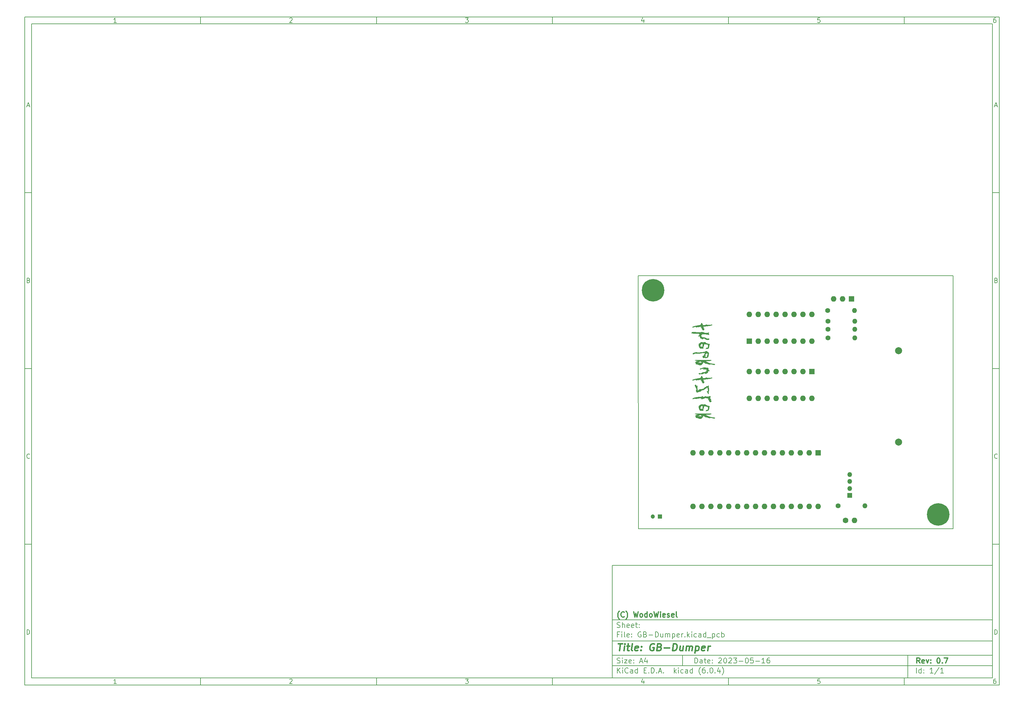
<source format=gbr>
%TF.GenerationSoftware,KiCad,Pcbnew,(6.0.4)*%
%TF.CreationDate,2023-10-22T17:32:39+02:00*%
%TF.ProjectId,GB-Dumper,47422d44-756d-4706-9572-2e6b69636164,0.7*%
%TF.SameCoordinates,Original*%
%TF.FileFunction,Soldermask,Bot*%
%TF.FilePolarity,Negative*%
%FSLAX46Y46*%
G04 Gerber Fmt 4.6, Leading zero omitted, Abs format (unit mm)*
G04 Created by KiCad (PCBNEW (6.0.4)) date 2023-10-22 17:32:39*
%MOMM*%
%LPD*%
G01*
G04 APERTURE LIST*
%ADD10C,0.100000*%
%ADD11C,0.150000*%
%ADD12C,0.300000*%
%ADD13C,0.400000*%
%TA.AperFunction,Profile*%
%ADD14C,0.150000*%
%TD*%
%ADD15C,0.010000*%
%ADD16C,2.000000*%
%ADD17C,1.600000*%
%ADD18O,1.600000X1.600000*%
%ADD19R,1.600000X1.600000*%
%ADD20C,1.400000*%
%ADD21O,1.400000X1.400000*%
%ADD22R,1.350000X1.350000*%
%ADD23O,1.350000X1.350000*%
%ADD24R,1.200000X1.200000*%
%ADD25C,1.200000*%
%ADD26C,6.400000*%
G04 APERTURE END LIST*
D10*
D11*
X177002200Y-166007200D02*
X177002200Y-198007200D01*
X285002200Y-198007200D01*
X285002200Y-166007200D01*
X177002200Y-166007200D01*
D10*
D11*
X10000000Y-10000000D02*
X10000000Y-200007200D01*
X287002200Y-200007200D01*
X287002200Y-10000000D01*
X10000000Y-10000000D01*
D10*
D11*
X12000000Y-12000000D02*
X12000000Y-198007200D01*
X285002200Y-198007200D01*
X285002200Y-12000000D01*
X12000000Y-12000000D01*
D10*
D11*
X60000000Y-12000000D02*
X60000000Y-10000000D01*
D10*
D11*
X110000000Y-12000000D02*
X110000000Y-10000000D01*
D10*
D11*
X160000000Y-12000000D02*
X160000000Y-10000000D01*
D10*
D11*
X210000000Y-12000000D02*
X210000000Y-10000000D01*
D10*
D11*
X260000000Y-12000000D02*
X260000000Y-10000000D01*
D10*
D11*
X36065476Y-11588095D02*
X35322619Y-11588095D01*
X35694047Y-11588095D02*
X35694047Y-10288095D01*
X35570238Y-10473809D01*
X35446428Y-10597619D01*
X35322619Y-10659523D01*
D10*
D11*
X85322619Y-10411904D02*
X85384523Y-10350000D01*
X85508333Y-10288095D01*
X85817857Y-10288095D01*
X85941666Y-10350000D01*
X86003571Y-10411904D01*
X86065476Y-10535714D01*
X86065476Y-10659523D01*
X86003571Y-10845238D01*
X85260714Y-11588095D01*
X86065476Y-11588095D01*
D10*
D11*
X135260714Y-10288095D02*
X136065476Y-10288095D01*
X135632142Y-10783333D01*
X135817857Y-10783333D01*
X135941666Y-10845238D01*
X136003571Y-10907142D01*
X136065476Y-11030952D01*
X136065476Y-11340476D01*
X136003571Y-11464285D01*
X135941666Y-11526190D01*
X135817857Y-11588095D01*
X135446428Y-11588095D01*
X135322619Y-11526190D01*
X135260714Y-11464285D01*
D10*
D11*
X185941666Y-10721428D02*
X185941666Y-11588095D01*
X185632142Y-10226190D02*
X185322619Y-11154761D01*
X186127380Y-11154761D01*
D10*
D11*
X236003571Y-10288095D02*
X235384523Y-10288095D01*
X235322619Y-10907142D01*
X235384523Y-10845238D01*
X235508333Y-10783333D01*
X235817857Y-10783333D01*
X235941666Y-10845238D01*
X236003571Y-10907142D01*
X236065476Y-11030952D01*
X236065476Y-11340476D01*
X236003571Y-11464285D01*
X235941666Y-11526190D01*
X235817857Y-11588095D01*
X235508333Y-11588095D01*
X235384523Y-11526190D01*
X235322619Y-11464285D01*
D10*
D11*
X285941666Y-10288095D02*
X285694047Y-10288095D01*
X285570238Y-10350000D01*
X285508333Y-10411904D01*
X285384523Y-10597619D01*
X285322619Y-10845238D01*
X285322619Y-11340476D01*
X285384523Y-11464285D01*
X285446428Y-11526190D01*
X285570238Y-11588095D01*
X285817857Y-11588095D01*
X285941666Y-11526190D01*
X286003571Y-11464285D01*
X286065476Y-11340476D01*
X286065476Y-11030952D01*
X286003571Y-10907142D01*
X285941666Y-10845238D01*
X285817857Y-10783333D01*
X285570238Y-10783333D01*
X285446428Y-10845238D01*
X285384523Y-10907142D01*
X285322619Y-11030952D01*
D10*
D11*
X60000000Y-198007200D02*
X60000000Y-200007200D01*
D10*
D11*
X110000000Y-198007200D02*
X110000000Y-200007200D01*
D10*
D11*
X160000000Y-198007200D02*
X160000000Y-200007200D01*
D10*
D11*
X210000000Y-198007200D02*
X210000000Y-200007200D01*
D10*
D11*
X260000000Y-198007200D02*
X260000000Y-200007200D01*
D10*
D11*
X36065476Y-199595295D02*
X35322619Y-199595295D01*
X35694047Y-199595295D02*
X35694047Y-198295295D01*
X35570238Y-198481009D01*
X35446428Y-198604819D01*
X35322619Y-198666723D01*
D10*
D11*
X85322619Y-198419104D02*
X85384523Y-198357200D01*
X85508333Y-198295295D01*
X85817857Y-198295295D01*
X85941666Y-198357200D01*
X86003571Y-198419104D01*
X86065476Y-198542914D01*
X86065476Y-198666723D01*
X86003571Y-198852438D01*
X85260714Y-199595295D01*
X86065476Y-199595295D01*
D10*
D11*
X135260714Y-198295295D02*
X136065476Y-198295295D01*
X135632142Y-198790533D01*
X135817857Y-198790533D01*
X135941666Y-198852438D01*
X136003571Y-198914342D01*
X136065476Y-199038152D01*
X136065476Y-199347676D01*
X136003571Y-199471485D01*
X135941666Y-199533390D01*
X135817857Y-199595295D01*
X135446428Y-199595295D01*
X135322619Y-199533390D01*
X135260714Y-199471485D01*
D10*
D11*
X185941666Y-198728628D02*
X185941666Y-199595295D01*
X185632142Y-198233390D02*
X185322619Y-199161961D01*
X186127380Y-199161961D01*
D10*
D11*
X236003571Y-198295295D02*
X235384523Y-198295295D01*
X235322619Y-198914342D01*
X235384523Y-198852438D01*
X235508333Y-198790533D01*
X235817857Y-198790533D01*
X235941666Y-198852438D01*
X236003571Y-198914342D01*
X236065476Y-199038152D01*
X236065476Y-199347676D01*
X236003571Y-199471485D01*
X235941666Y-199533390D01*
X235817857Y-199595295D01*
X235508333Y-199595295D01*
X235384523Y-199533390D01*
X235322619Y-199471485D01*
D10*
D11*
X285941666Y-198295295D02*
X285694047Y-198295295D01*
X285570238Y-198357200D01*
X285508333Y-198419104D01*
X285384523Y-198604819D01*
X285322619Y-198852438D01*
X285322619Y-199347676D01*
X285384523Y-199471485D01*
X285446428Y-199533390D01*
X285570238Y-199595295D01*
X285817857Y-199595295D01*
X285941666Y-199533390D01*
X286003571Y-199471485D01*
X286065476Y-199347676D01*
X286065476Y-199038152D01*
X286003571Y-198914342D01*
X285941666Y-198852438D01*
X285817857Y-198790533D01*
X285570238Y-198790533D01*
X285446428Y-198852438D01*
X285384523Y-198914342D01*
X285322619Y-199038152D01*
D10*
D11*
X10000000Y-60000000D02*
X12000000Y-60000000D01*
D10*
D11*
X10000000Y-110000000D02*
X12000000Y-110000000D01*
D10*
D11*
X10000000Y-160000000D02*
X12000000Y-160000000D01*
D10*
D11*
X10690476Y-35216666D02*
X11309523Y-35216666D01*
X10566666Y-35588095D02*
X11000000Y-34288095D01*
X11433333Y-35588095D01*
D10*
D11*
X11092857Y-84907142D02*
X11278571Y-84969047D01*
X11340476Y-85030952D01*
X11402380Y-85154761D01*
X11402380Y-85340476D01*
X11340476Y-85464285D01*
X11278571Y-85526190D01*
X11154761Y-85588095D01*
X10659523Y-85588095D01*
X10659523Y-84288095D01*
X11092857Y-84288095D01*
X11216666Y-84350000D01*
X11278571Y-84411904D01*
X11340476Y-84535714D01*
X11340476Y-84659523D01*
X11278571Y-84783333D01*
X11216666Y-84845238D01*
X11092857Y-84907142D01*
X10659523Y-84907142D01*
D10*
D11*
X11402380Y-135464285D02*
X11340476Y-135526190D01*
X11154761Y-135588095D01*
X11030952Y-135588095D01*
X10845238Y-135526190D01*
X10721428Y-135402380D01*
X10659523Y-135278571D01*
X10597619Y-135030952D01*
X10597619Y-134845238D01*
X10659523Y-134597619D01*
X10721428Y-134473809D01*
X10845238Y-134350000D01*
X11030952Y-134288095D01*
X11154761Y-134288095D01*
X11340476Y-134350000D01*
X11402380Y-134411904D01*
D10*
D11*
X10659523Y-185588095D02*
X10659523Y-184288095D01*
X10969047Y-184288095D01*
X11154761Y-184350000D01*
X11278571Y-184473809D01*
X11340476Y-184597619D01*
X11402380Y-184845238D01*
X11402380Y-185030952D01*
X11340476Y-185278571D01*
X11278571Y-185402380D01*
X11154761Y-185526190D01*
X10969047Y-185588095D01*
X10659523Y-185588095D01*
D10*
D11*
X287002200Y-60000000D02*
X285002200Y-60000000D01*
D10*
D11*
X287002200Y-110000000D02*
X285002200Y-110000000D01*
D10*
D11*
X287002200Y-160000000D02*
X285002200Y-160000000D01*
D10*
D11*
X285692676Y-35216666D02*
X286311723Y-35216666D01*
X285568866Y-35588095D02*
X286002200Y-34288095D01*
X286435533Y-35588095D01*
D10*
D11*
X286095057Y-84907142D02*
X286280771Y-84969047D01*
X286342676Y-85030952D01*
X286404580Y-85154761D01*
X286404580Y-85340476D01*
X286342676Y-85464285D01*
X286280771Y-85526190D01*
X286156961Y-85588095D01*
X285661723Y-85588095D01*
X285661723Y-84288095D01*
X286095057Y-84288095D01*
X286218866Y-84350000D01*
X286280771Y-84411904D01*
X286342676Y-84535714D01*
X286342676Y-84659523D01*
X286280771Y-84783333D01*
X286218866Y-84845238D01*
X286095057Y-84907142D01*
X285661723Y-84907142D01*
D10*
D11*
X286404580Y-135464285D02*
X286342676Y-135526190D01*
X286156961Y-135588095D01*
X286033152Y-135588095D01*
X285847438Y-135526190D01*
X285723628Y-135402380D01*
X285661723Y-135278571D01*
X285599819Y-135030952D01*
X285599819Y-134845238D01*
X285661723Y-134597619D01*
X285723628Y-134473809D01*
X285847438Y-134350000D01*
X286033152Y-134288095D01*
X286156961Y-134288095D01*
X286342676Y-134350000D01*
X286404580Y-134411904D01*
D10*
D11*
X285661723Y-185588095D02*
X285661723Y-184288095D01*
X285971247Y-184288095D01*
X286156961Y-184350000D01*
X286280771Y-184473809D01*
X286342676Y-184597619D01*
X286404580Y-184845238D01*
X286404580Y-185030952D01*
X286342676Y-185278571D01*
X286280771Y-185402380D01*
X286156961Y-185526190D01*
X285971247Y-185588095D01*
X285661723Y-185588095D01*
D10*
D11*
X200434342Y-193785771D02*
X200434342Y-192285771D01*
X200791485Y-192285771D01*
X201005771Y-192357200D01*
X201148628Y-192500057D01*
X201220057Y-192642914D01*
X201291485Y-192928628D01*
X201291485Y-193142914D01*
X201220057Y-193428628D01*
X201148628Y-193571485D01*
X201005771Y-193714342D01*
X200791485Y-193785771D01*
X200434342Y-193785771D01*
X202577200Y-193785771D02*
X202577200Y-193000057D01*
X202505771Y-192857200D01*
X202362914Y-192785771D01*
X202077200Y-192785771D01*
X201934342Y-192857200D01*
X202577200Y-193714342D02*
X202434342Y-193785771D01*
X202077200Y-193785771D01*
X201934342Y-193714342D01*
X201862914Y-193571485D01*
X201862914Y-193428628D01*
X201934342Y-193285771D01*
X202077200Y-193214342D01*
X202434342Y-193214342D01*
X202577200Y-193142914D01*
X203077200Y-192785771D02*
X203648628Y-192785771D01*
X203291485Y-192285771D02*
X203291485Y-193571485D01*
X203362914Y-193714342D01*
X203505771Y-193785771D01*
X203648628Y-193785771D01*
X204720057Y-193714342D02*
X204577200Y-193785771D01*
X204291485Y-193785771D01*
X204148628Y-193714342D01*
X204077200Y-193571485D01*
X204077200Y-193000057D01*
X204148628Y-192857200D01*
X204291485Y-192785771D01*
X204577200Y-192785771D01*
X204720057Y-192857200D01*
X204791485Y-193000057D01*
X204791485Y-193142914D01*
X204077200Y-193285771D01*
X205434342Y-193642914D02*
X205505771Y-193714342D01*
X205434342Y-193785771D01*
X205362914Y-193714342D01*
X205434342Y-193642914D01*
X205434342Y-193785771D01*
X205434342Y-192857200D02*
X205505771Y-192928628D01*
X205434342Y-193000057D01*
X205362914Y-192928628D01*
X205434342Y-192857200D01*
X205434342Y-193000057D01*
X207220057Y-192428628D02*
X207291485Y-192357200D01*
X207434342Y-192285771D01*
X207791485Y-192285771D01*
X207934342Y-192357200D01*
X208005771Y-192428628D01*
X208077200Y-192571485D01*
X208077200Y-192714342D01*
X208005771Y-192928628D01*
X207148628Y-193785771D01*
X208077200Y-193785771D01*
X209005771Y-192285771D02*
X209148628Y-192285771D01*
X209291485Y-192357200D01*
X209362914Y-192428628D01*
X209434342Y-192571485D01*
X209505771Y-192857200D01*
X209505771Y-193214342D01*
X209434342Y-193500057D01*
X209362914Y-193642914D01*
X209291485Y-193714342D01*
X209148628Y-193785771D01*
X209005771Y-193785771D01*
X208862914Y-193714342D01*
X208791485Y-193642914D01*
X208720057Y-193500057D01*
X208648628Y-193214342D01*
X208648628Y-192857200D01*
X208720057Y-192571485D01*
X208791485Y-192428628D01*
X208862914Y-192357200D01*
X209005771Y-192285771D01*
X210077200Y-192428628D02*
X210148628Y-192357200D01*
X210291485Y-192285771D01*
X210648628Y-192285771D01*
X210791485Y-192357200D01*
X210862914Y-192428628D01*
X210934342Y-192571485D01*
X210934342Y-192714342D01*
X210862914Y-192928628D01*
X210005771Y-193785771D01*
X210934342Y-193785771D01*
X211434342Y-192285771D02*
X212362914Y-192285771D01*
X211862914Y-192857200D01*
X212077200Y-192857200D01*
X212220057Y-192928628D01*
X212291485Y-193000057D01*
X212362914Y-193142914D01*
X212362914Y-193500057D01*
X212291485Y-193642914D01*
X212220057Y-193714342D01*
X212077200Y-193785771D01*
X211648628Y-193785771D01*
X211505771Y-193714342D01*
X211434342Y-193642914D01*
X213005771Y-193214342D02*
X214148628Y-193214342D01*
X215148628Y-192285771D02*
X215291485Y-192285771D01*
X215434342Y-192357200D01*
X215505771Y-192428628D01*
X215577200Y-192571485D01*
X215648628Y-192857200D01*
X215648628Y-193214342D01*
X215577200Y-193500057D01*
X215505771Y-193642914D01*
X215434342Y-193714342D01*
X215291485Y-193785771D01*
X215148628Y-193785771D01*
X215005771Y-193714342D01*
X214934342Y-193642914D01*
X214862914Y-193500057D01*
X214791485Y-193214342D01*
X214791485Y-192857200D01*
X214862914Y-192571485D01*
X214934342Y-192428628D01*
X215005771Y-192357200D01*
X215148628Y-192285771D01*
X217005771Y-192285771D02*
X216291485Y-192285771D01*
X216220057Y-193000057D01*
X216291485Y-192928628D01*
X216434342Y-192857200D01*
X216791485Y-192857200D01*
X216934342Y-192928628D01*
X217005771Y-193000057D01*
X217077200Y-193142914D01*
X217077200Y-193500057D01*
X217005771Y-193642914D01*
X216934342Y-193714342D01*
X216791485Y-193785771D01*
X216434342Y-193785771D01*
X216291485Y-193714342D01*
X216220057Y-193642914D01*
X217720057Y-193214342D02*
X218862914Y-193214342D01*
X220362914Y-193785771D02*
X219505771Y-193785771D01*
X219934342Y-193785771D02*
X219934342Y-192285771D01*
X219791485Y-192500057D01*
X219648628Y-192642914D01*
X219505771Y-192714342D01*
X221648628Y-192285771D02*
X221362914Y-192285771D01*
X221220057Y-192357200D01*
X221148628Y-192428628D01*
X221005771Y-192642914D01*
X220934342Y-192928628D01*
X220934342Y-193500057D01*
X221005771Y-193642914D01*
X221077200Y-193714342D01*
X221220057Y-193785771D01*
X221505771Y-193785771D01*
X221648628Y-193714342D01*
X221720057Y-193642914D01*
X221791485Y-193500057D01*
X221791485Y-193142914D01*
X221720057Y-193000057D01*
X221648628Y-192928628D01*
X221505771Y-192857200D01*
X221220057Y-192857200D01*
X221077200Y-192928628D01*
X221005771Y-193000057D01*
X220934342Y-193142914D01*
D10*
D11*
X177002200Y-194507200D02*
X285002200Y-194507200D01*
D10*
D11*
X178434342Y-196585771D02*
X178434342Y-195085771D01*
X179291485Y-196585771D02*
X178648628Y-195728628D01*
X179291485Y-195085771D02*
X178434342Y-195942914D01*
X179934342Y-196585771D02*
X179934342Y-195585771D01*
X179934342Y-195085771D02*
X179862914Y-195157200D01*
X179934342Y-195228628D01*
X180005771Y-195157200D01*
X179934342Y-195085771D01*
X179934342Y-195228628D01*
X181505771Y-196442914D02*
X181434342Y-196514342D01*
X181220057Y-196585771D01*
X181077200Y-196585771D01*
X180862914Y-196514342D01*
X180720057Y-196371485D01*
X180648628Y-196228628D01*
X180577200Y-195942914D01*
X180577200Y-195728628D01*
X180648628Y-195442914D01*
X180720057Y-195300057D01*
X180862914Y-195157200D01*
X181077200Y-195085771D01*
X181220057Y-195085771D01*
X181434342Y-195157200D01*
X181505771Y-195228628D01*
X182791485Y-196585771D02*
X182791485Y-195800057D01*
X182720057Y-195657200D01*
X182577200Y-195585771D01*
X182291485Y-195585771D01*
X182148628Y-195657200D01*
X182791485Y-196514342D02*
X182648628Y-196585771D01*
X182291485Y-196585771D01*
X182148628Y-196514342D01*
X182077200Y-196371485D01*
X182077200Y-196228628D01*
X182148628Y-196085771D01*
X182291485Y-196014342D01*
X182648628Y-196014342D01*
X182791485Y-195942914D01*
X184148628Y-196585771D02*
X184148628Y-195085771D01*
X184148628Y-196514342D02*
X184005771Y-196585771D01*
X183720057Y-196585771D01*
X183577200Y-196514342D01*
X183505771Y-196442914D01*
X183434342Y-196300057D01*
X183434342Y-195871485D01*
X183505771Y-195728628D01*
X183577200Y-195657200D01*
X183720057Y-195585771D01*
X184005771Y-195585771D01*
X184148628Y-195657200D01*
X186005771Y-195800057D02*
X186505771Y-195800057D01*
X186720057Y-196585771D02*
X186005771Y-196585771D01*
X186005771Y-195085771D01*
X186720057Y-195085771D01*
X187362914Y-196442914D02*
X187434342Y-196514342D01*
X187362914Y-196585771D01*
X187291485Y-196514342D01*
X187362914Y-196442914D01*
X187362914Y-196585771D01*
X188077200Y-196585771D02*
X188077200Y-195085771D01*
X188434342Y-195085771D01*
X188648628Y-195157200D01*
X188791485Y-195300057D01*
X188862914Y-195442914D01*
X188934342Y-195728628D01*
X188934342Y-195942914D01*
X188862914Y-196228628D01*
X188791485Y-196371485D01*
X188648628Y-196514342D01*
X188434342Y-196585771D01*
X188077200Y-196585771D01*
X189577200Y-196442914D02*
X189648628Y-196514342D01*
X189577200Y-196585771D01*
X189505771Y-196514342D01*
X189577200Y-196442914D01*
X189577200Y-196585771D01*
X190220057Y-196157200D02*
X190934342Y-196157200D01*
X190077200Y-196585771D02*
X190577200Y-195085771D01*
X191077200Y-196585771D01*
X191577200Y-196442914D02*
X191648628Y-196514342D01*
X191577200Y-196585771D01*
X191505771Y-196514342D01*
X191577200Y-196442914D01*
X191577200Y-196585771D01*
X194577200Y-196585771D02*
X194577200Y-195085771D01*
X194720057Y-196014342D02*
X195148628Y-196585771D01*
X195148628Y-195585771D02*
X194577200Y-196157200D01*
X195791485Y-196585771D02*
X195791485Y-195585771D01*
X195791485Y-195085771D02*
X195720057Y-195157200D01*
X195791485Y-195228628D01*
X195862914Y-195157200D01*
X195791485Y-195085771D01*
X195791485Y-195228628D01*
X197148628Y-196514342D02*
X197005771Y-196585771D01*
X196720057Y-196585771D01*
X196577200Y-196514342D01*
X196505771Y-196442914D01*
X196434342Y-196300057D01*
X196434342Y-195871485D01*
X196505771Y-195728628D01*
X196577200Y-195657200D01*
X196720057Y-195585771D01*
X197005771Y-195585771D01*
X197148628Y-195657200D01*
X198434342Y-196585771D02*
X198434342Y-195800057D01*
X198362914Y-195657200D01*
X198220057Y-195585771D01*
X197934342Y-195585771D01*
X197791485Y-195657200D01*
X198434342Y-196514342D02*
X198291485Y-196585771D01*
X197934342Y-196585771D01*
X197791485Y-196514342D01*
X197720057Y-196371485D01*
X197720057Y-196228628D01*
X197791485Y-196085771D01*
X197934342Y-196014342D01*
X198291485Y-196014342D01*
X198434342Y-195942914D01*
X199791485Y-196585771D02*
X199791485Y-195085771D01*
X199791485Y-196514342D02*
X199648628Y-196585771D01*
X199362914Y-196585771D01*
X199220057Y-196514342D01*
X199148628Y-196442914D01*
X199077200Y-196300057D01*
X199077200Y-195871485D01*
X199148628Y-195728628D01*
X199220057Y-195657200D01*
X199362914Y-195585771D01*
X199648628Y-195585771D01*
X199791485Y-195657200D01*
X202077200Y-197157200D02*
X202005771Y-197085771D01*
X201862914Y-196871485D01*
X201791485Y-196728628D01*
X201720057Y-196514342D01*
X201648628Y-196157200D01*
X201648628Y-195871485D01*
X201720057Y-195514342D01*
X201791485Y-195300057D01*
X201862914Y-195157200D01*
X202005771Y-194942914D01*
X202077200Y-194871485D01*
X203291485Y-195085771D02*
X203005771Y-195085771D01*
X202862914Y-195157200D01*
X202791485Y-195228628D01*
X202648628Y-195442914D01*
X202577200Y-195728628D01*
X202577200Y-196300057D01*
X202648628Y-196442914D01*
X202720057Y-196514342D01*
X202862914Y-196585771D01*
X203148628Y-196585771D01*
X203291485Y-196514342D01*
X203362914Y-196442914D01*
X203434342Y-196300057D01*
X203434342Y-195942914D01*
X203362914Y-195800057D01*
X203291485Y-195728628D01*
X203148628Y-195657200D01*
X202862914Y-195657200D01*
X202720057Y-195728628D01*
X202648628Y-195800057D01*
X202577200Y-195942914D01*
X204077200Y-196442914D02*
X204148628Y-196514342D01*
X204077200Y-196585771D01*
X204005771Y-196514342D01*
X204077200Y-196442914D01*
X204077200Y-196585771D01*
X205077200Y-195085771D02*
X205220057Y-195085771D01*
X205362914Y-195157200D01*
X205434342Y-195228628D01*
X205505771Y-195371485D01*
X205577200Y-195657200D01*
X205577200Y-196014342D01*
X205505771Y-196300057D01*
X205434342Y-196442914D01*
X205362914Y-196514342D01*
X205220057Y-196585771D01*
X205077200Y-196585771D01*
X204934342Y-196514342D01*
X204862914Y-196442914D01*
X204791485Y-196300057D01*
X204720057Y-196014342D01*
X204720057Y-195657200D01*
X204791485Y-195371485D01*
X204862914Y-195228628D01*
X204934342Y-195157200D01*
X205077200Y-195085771D01*
X206220057Y-196442914D02*
X206291485Y-196514342D01*
X206220057Y-196585771D01*
X206148628Y-196514342D01*
X206220057Y-196442914D01*
X206220057Y-196585771D01*
X207577200Y-195585771D02*
X207577200Y-196585771D01*
X207220057Y-195014342D02*
X206862914Y-196085771D01*
X207791485Y-196085771D01*
X208220057Y-197157200D02*
X208291485Y-197085771D01*
X208434342Y-196871485D01*
X208505771Y-196728628D01*
X208577200Y-196514342D01*
X208648628Y-196157200D01*
X208648628Y-195871485D01*
X208577200Y-195514342D01*
X208505771Y-195300057D01*
X208434342Y-195157200D01*
X208291485Y-194942914D01*
X208220057Y-194871485D01*
D10*
D11*
X177002200Y-191507200D02*
X285002200Y-191507200D01*
D10*
D12*
X264411485Y-193785771D02*
X263911485Y-193071485D01*
X263554342Y-193785771D02*
X263554342Y-192285771D01*
X264125771Y-192285771D01*
X264268628Y-192357200D01*
X264340057Y-192428628D01*
X264411485Y-192571485D01*
X264411485Y-192785771D01*
X264340057Y-192928628D01*
X264268628Y-193000057D01*
X264125771Y-193071485D01*
X263554342Y-193071485D01*
X265625771Y-193714342D02*
X265482914Y-193785771D01*
X265197200Y-193785771D01*
X265054342Y-193714342D01*
X264982914Y-193571485D01*
X264982914Y-193000057D01*
X265054342Y-192857200D01*
X265197200Y-192785771D01*
X265482914Y-192785771D01*
X265625771Y-192857200D01*
X265697200Y-193000057D01*
X265697200Y-193142914D01*
X264982914Y-193285771D01*
X266197200Y-192785771D02*
X266554342Y-193785771D01*
X266911485Y-192785771D01*
X267482914Y-193642914D02*
X267554342Y-193714342D01*
X267482914Y-193785771D01*
X267411485Y-193714342D01*
X267482914Y-193642914D01*
X267482914Y-193785771D01*
X267482914Y-192857200D02*
X267554342Y-192928628D01*
X267482914Y-193000057D01*
X267411485Y-192928628D01*
X267482914Y-192857200D01*
X267482914Y-193000057D01*
X269625771Y-192285771D02*
X269768628Y-192285771D01*
X269911485Y-192357200D01*
X269982914Y-192428628D01*
X270054342Y-192571485D01*
X270125771Y-192857200D01*
X270125771Y-193214342D01*
X270054342Y-193500057D01*
X269982914Y-193642914D01*
X269911485Y-193714342D01*
X269768628Y-193785771D01*
X269625771Y-193785771D01*
X269482914Y-193714342D01*
X269411485Y-193642914D01*
X269340057Y-193500057D01*
X269268628Y-193214342D01*
X269268628Y-192857200D01*
X269340057Y-192571485D01*
X269411485Y-192428628D01*
X269482914Y-192357200D01*
X269625771Y-192285771D01*
X270768628Y-193642914D02*
X270840057Y-193714342D01*
X270768628Y-193785771D01*
X270697200Y-193714342D01*
X270768628Y-193642914D01*
X270768628Y-193785771D01*
X271340057Y-192285771D02*
X272340057Y-192285771D01*
X271697200Y-193785771D01*
D10*
D11*
X178362914Y-193714342D02*
X178577200Y-193785771D01*
X178934342Y-193785771D01*
X179077200Y-193714342D01*
X179148628Y-193642914D01*
X179220057Y-193500057D01*
X179220057Y-193357200D01*
X179148628Y-193214342D01*
X179077200Y-193142914D01*
X178934342Y-193071485D01*
X178648628Y-193000057D01*
X178505771Y-192928628D01*
X178434342Y-192857200D01*
X178362914Y-192714342D01*
X178362914Y-192571485D01*
X178434342Y-192428628D01*
X178505771Y-192357200D01*
X178648628Y-192285771D01*
X179005771Y-192285771D01*
X179220057Y-192357200D01*
X179862914Y-193785771D02*
X179862914Y-192785771D01*
X179862914Y-192285771D02*
X179791485Y-192357200D01*
X179862914Y-192428628D01*
X179934342Y-192357200D01*
X179862914Y-192285771D01*
X179862914Y-192428628D01*
X180434342Y-192785771D02*
X181220057Y-192785771D01*
X180434342Y-193785771D01*
X181220057Y-193785771D01*
X182362914Y-193714342D02*
X182220057Y-193785771D01*
X181934342Y-193785771D01*
X181791485Y-193714342D01*
X181720057Y-193571485D01*
X181720057Y-193000057D01*
X181791485Y-192857200D01*
X181934342Y-192785771D01*
X182220057Y-192785771D01*
X182362914Y-192857200D01*
X182434342Y-193000057D01*
X182434342Y-193142914D01*
X181720057Y-193285771D01*
X183077200Y-193642914D02*
X183148628Y-193714342D01*
X183077200Y-193785771D01*
X183005771Y-193714342D01*
X183077200Y-193642914D01*
X183077200Y-193785771D01*
X183077200Y-192857200D02*
X183148628Y-192928628D01*
X183077200Y-193000057D01*
X183005771Y-192928628D01*
X183077200Y-192857200D01*
X183077200Y-193000057D01*
X184862914Y-193357200D02*
X185577200Y-193357200D01*
X184720057Y-193785771D02*
X185220057Y-192285771D01*
X185720057Y-193785771D01*
X186862914Y-192785771D02*
X186862914Y-193785771D01*
X186505771Y-192214342D02*
X186148628Y-193285771D01*
X187077200Y-193285771D01*
D10*
D11*
X263434342Y-196585771D02*
X263434342Y-195085771D01*
X264791485Y-196585771D02*
X264791485Y-195085771D01*
X264791485Y-196514342D02*
X264648628Y-196585771D01*
X264362914Y-196585771D01*
X264220057Y-196514342D01*
X264148628Y-196442914D01*
X264077200Y-196300057D01*
X264077200Y-195871485D01*
X264148628Y-195728628D01*
X264220057Y-195657200D01*
X264362914Y-195585771D01*
X264648628Y-195585771D01*
X264791485Y-195657200D01*
X265505771Y-196442914D02*
X265577200Y-196514342D01*
X265505771Y-196585771D01*
X265434342Y-196514342D01*
X265505771Y-196442914D01*
X265505771Y-196585771D01*
X265505771Y-195657200D02*
X265577200Y-195728628D01*
X265505771Y-195800057D01*
X265434342Y-195728628D01*
X265505771Y-195657200D01*
X265505771Y-195800057D01*
X268148628Y-196585771D02*
X267291485Y-196585771D01*
X267720057Y-196585771D02*
X267720057Y-195085771D01*
X267577200Y-195300057D01*
X267434342Y-195442914D01*
X267291485Y-195514342D01*
X269862914Y-195014342D02*
X268577200Y-196942914D01*
X271148628Y-196585771D02*
X270291485Y-196585771D01*
X270720057Y-196585771D02*
X270720057Y-195085771D01*
X270577200Y-195300057D01*
X270434342Y-195442914D01*
X270291485Y-195514342D01*
D10*
D11*
X177002200Y-187507200D02*
X285002200Y-187507200D01*
D10*
D13*
X178714580Y-188211961D02*
X179857438Y-188211961D01*
X179036009Y-190211961D02*
X179286009Y-188211961D01*
X180274104Y-190211961D02*
X180440771Y-188878628D01*
X180524104Y-188211961D02*
X180416961Y-188307200D01*
X180500295Y-188402438D01*
X180607438Y-188307200D01*
X180524104Y-188211961D01*
X180500295Y-188402438D01*
X181107438Y-188878628D02*
X181869342Y-188878628D01*
X181476485Y-188211961D02*
X181262200Y-189926247D01*
X181333628Y-190116723D01*
X181512200Y-190211961D01*
X181702676Y-190211961D01*
X182655057Y-190211961D02*
X182476485Y-190116723D01*
X182405057Y-189926247D01*
X182619342Y-188211961D01*
X184190771Y-190116723D02*
X183988390Y-190211961D01*
X183607438Y-190211961D01*
X183428866Y-190116723D01*
X183357438Y-189926247D01*
X183452676Y-189164342D01*
X183571723Y-188973866D01*
X183774104Y-188878628D01*
X184155057Y-188878628D01*
X184333628Y-188973866D01*
X184405057Y-189164342D01*
X184381247Y-189354819D01*
X183405057Y-189545295D01*
X185155057Y-190021485D02*
X185238390Y-190116723D01*
X185131247Y-190211961D01*
X185047914Y-190116723D01*
X185155057Y-190021485D01*
X185131247Y-190211961D01*
X185286009Y-188973866D02*
X185369342Y-189069104D01*
X185262200Y-189164342D01*
X185178866Y-189069104D01*
X185286009Y-188973866D01*
X185262200Y-189164342D01*
X188893152Y-188307200D02*
X188714580Y-188211961D01*
X188428866Y-188211961D01*
X188131247Y-188307200D01*
X187916961Y-188497676D01*
X187797914Y-188688152D01*
X187655057Y-189069104D01*
X187619342Y-189354819D01*
X187666961Y-189735771D01*
X187738390Y-189926247D01*
X187905057Y-190116723D01*
X188178866Y-190211961D01*
X188369342Y-190211961D01*
X188666961Y-190116723D01*
X188774104Y-190021485D01*
X188857438Y-189354819D01*
X188476485Y-189354819D01*
X190405057Y-189164342D02*
X190678866Y-189259580D01*
X190762200Y-189354819D01*
X190833628Y-189545295D01*
X190797914Y-189831009D01*
X190678866Y-190021485D01*
X190571723Y-190116723D01*
X190369342Y-190211961D01*
X189607438Y-190211961D01*
X189857438Y-188211961D01*
X190524104Y-188211961D01*
X190702676Y-188307200D01*
X190786009Y-188402438D01*
X190857438Y-188592914D01*
X190833628Y-188783390D01*
X190714580Y-188973866D01*
X190607438Y-189069104D01*
X190405057Y-189164342D01*
X189738390Y-189164342D01*
X191702676Y-189450057D02*
X193226485Y-189450057D01*
X194083628Y-190211961D02*
X194333628Y-188211961D01*
X194809819Y-188211961D01*
X195083628Y-188307200D01*
X195250295Y-188497676D01*
X195321723Y-188688152D01*
X195369342Y-189069104D01*
X195333628Y-189354819D01*
X195190771Y-189735771D01*
X195071723Y-189926247D01*
X194857438Y-190116723D01*
X194559819Y-190211961D01*
X194083628Y-190211961D01*
X197107438Y-188878628D02*
X196940771Y-190211961D01*
X196250295Y-188878628D02*
X196119342Y-189926247D01*
X196190771Y-190116723D01*
X196369342Y-190211961D01*
X196655057Y-190211961D01*
X196857438Y-190116723D01*
X196964580Y-190021485D01*
X197893152Y-190211961D02*
X198059819Y-188878628D01*
X198036009Y-189069104D02*
X198143152Y-188973866D01*
X198345533Y-188878628D01*
X198631247Y-188878628D01*
X198809819Y-188973866D01*
X198881247Y-189164342D01*
X198750295Y-190211961D01*
X198881247Y-189164342D02*
X199000295Y-188973866D01*
X199202676Y-188878628D01*
X199488390Y-188878628D01*
X199666961Y-188973866D01*
X199738390Y-189164342D01*
X199607438Y-190211961D01*
X200726485Y-188878628D02*
X200476485Y-190878628D01*
X200714580Y-188973866D02*
X200916961Y-188878628D01*
X201297914Y-188878628D01*
X201476485Y-188973866D01*
X201559819Y-189069104D01*
X201631247Y-189259580D01*
X201559819Y-189831009D01*
X201440771Y-190021485D01*
X201333628Y-190116723D01*
X201131247Y-190211961D01*
X200750295Y-190211961D01*
X200571723Y-190116723D01*
X203143152Y-190116723D02*
X202940771Y-190211961D01*
X202559819Y-190211961D01*
X202381247Y-190116723D01*
X202309819Y-189926247D01*
X202405057Y-189164342D01*
X202524104Y-188973866D01*
X202726485Y-188878628D01*
X203107438Y-188878628D01*
X203286009Y-188973866D01*
X203357438Y-189164342D01*
X203333628Y-189354819D01*
X202357438Y-189545295D01*
X204083628Y-190211961D02*
X204250295Y-188878628D01*
X204202676Y-189259580D02*
X204321723Y-189069104D01*
X204428866Y-188973866D01*
X204631247Y-188878628D01*
X204821723Y-188878628D01*
D10*
D11*
X178934342Y-185600057D02*
X178434342Y-185600057D01*
X178434342Y-186385771D02*
X178434342Y-184885771D01*
X179148628Y-184885771D01*
X179720057Y-186385771D02*
X179720057Y-185385771D01*
X179720057Y-184885771D02*
X179648628Y-184957200D01*
X179720057Y-185028628D01*
X179791485Y-184957200D01*
X179720057Y-184885771D01*
X179720057Y-185028628D01*
X180648628Y-186385771D02*
X180505771Y-186314342D01*
X180434342Y-186171485D01*
X180434342Y-184885771D01*
X181791485Y-186314342D02*
X181648628Y-186385771D01*
X181362914Y-186385771D01*
X181220057Y-186314342D01*
X181148628Y-186171485D01*
X181148628Y-185600057D01*
X181220057Y-185457200D01*
X181362914Y-185385771D01*
X181648628Y-185385771D01*
X181791485Y-185457200D01*
X181862914Y-185600057D01*
X181862914Y-185742914D01*
X181148628Y-185885771D01*
X182505771Y-186242914D02*
X182577200Y-186314342D01*
X182505771Y-186385771D01*
X182434342Y-186314342D01*
X182505771Y-186242914D01*
X182505771Y-186385771D01*
X182505771Y-185457200D02*
X182577200Y-185528628D01*
X182505771Y-185600057D01*
X182434342Y-185528628D01*
X182505771Y-185457200D01*
X182505771Y-185600057D01*
X185148628Y-184957200D02*
X185005771Y-184885771D01*
X184791485Y-184885771D01*
X184577200Y-184957200D01*
X184434342Y-185100057D01*
X184362914Y-185242914D01*
X184291485Y-185528628D01*
X184291485Y-185742914D01*
X184362914Y-186028628D01*
X184434342Y-186171485D01*
X184577200Y-186314342D01*
X184791485Y-186385771D01*
X184934342Y-186385771D01*
X185148628Y-186314342D01*
X185220057Y-186242914D01*
X185220057Y-185742914D01*
X184934342Y-185742914D01*
X186362914Y-185600057D02*
X186577200Y-185671485D01*
X186648628Y-185742914D01*
X186720057Y-185885771D01*
X186720057Y-186100057D01*
X186648628Y-186242914D01*
X186577200Y-186314342D01*
X186434342Y-186385771D01*
X185862914Y-186385771D01*
X185862914Y-184885771D01*
X186362914Y-184885771D01*
X186505771Y-184957200D01*
X186577200Y-185028628D01*
X186648628Y-185171485D01*
X186648628Y-185314342D01*
X186577200Y-185457200D01*
X186505771Y-185528628D01*
X186362914Y-185600057D01*
X185862914Y-185600057D01*
X187362914Y-185814342D02*
X188505771Y-185814342D01*
X189220057Y-186385771D02*
X189220057Y-184885771D01*
X189577200Y-184885771D01*
X189791485Y-184957200D01*
X189934342Y-185100057D01*
X190005771Y-185242914D01*
X190077200Y-185528628D01*
X190077200Y-185742914D01*
X190005771Y-186028628D01*
X189934342Y-186171485D01*
X189791485Y-186314342D01*
X189577200Y-186385771D01*
X189220057Y-186385771D01*
X191362914Y-185385771D02*
X191362914Y-186385771D01*
X190720057Y-185385771D02*
X190720057Y-186171485D01*
X190791485Y-186314342D01*
X190934342Y-186385771D01*
X191148628Y-186385771D01*
X191291485Y-186314342D01*
X191362914Y-186242914D01*
X192077200Y-186385771D02*
X192077200Y-185385771D01*
X192077200Y-185528628D02*
X192148628Y-185457200D01*
X192291485Y-185385771D01*
X192505771Y-185385771D01*
X192648628Y-185457200D01*
X192720057Y-185600057D01*
X192720057Y-186385771D01*
X192720057Y-185600057D02*
X192791485Y-185457200D01*
X192934342Y-185385771D01*
X193148628Y-185385771D01*
X193291485Y-185457200D01*
X193362914Y-185600057D01*
X193362914Y-186385771D01*
X194077200Y-185385771D02*
X194077200Y-186885771D01*
X194077200Y-185457200D02*
X194220057Y-185385771D01*
X194505771Y-185385771D01*
X194648628Y-185457200D01*
X194720057Y-185528628D01*
X194791485Y-185671485D01*
X194791485Y-186100057D01*
X194720057Y-186242914D01*
X194648628Y-186314342D01*
X194505771Y-186385771D01*
X194220057Y-186385771D01*
X194077200Y-186314342D01*
X196005771Y-186314342D02*
X195862914Y-186385771D01*
X195577200Y-186385771D01*
X195434342Y-186314342D01*
X195362914Y-186171485D01*
X195362914Y-185600057D01*
X195434342Y-185457200D01*
X195577200Y-185385771D01*
X195862914Y-185385771D01*
X196005771Y-185457200D01*
X196077200Y-185600057D01*
X196077200Y-185742914D01*
X195362914Y-185885771D01*
X196720057Y-186385771D02*
X196720057Y-185385771D01*
X196720057Y-185671485D02*
X196791485Y-185528628D01*
X196862914Y-185457200D01*
X197005771Y-185385771D01*
X197148628Y-185385771D01*
X197648628Y-186242914D02*
X197720057Y-186314342D01*
X197648628Y-186385771D01*
X197577200Y-186314342D01*
X197648628Y-186242914D01*
X197648628Y-186385771D01*
X198362914Y-186385771D02*
X198362914Y-184885771D01*
X198505771Y-185814342D02*
X198934342Y-186385771D01*
X198934342Y-185385771D02*
X198362914Y-185957200D01*
X199577200Y-186385771D02*
X199577200Y-185385771D01*
X199577200Y-184885771D02*
X199505771Y-184957200D01*
X199577200Y-185028628D01*
X199648628Y-184957200D01*
X199577200Y-184885771D01*
X199577200Y-185028628D01*
X200934342Y-186314342D02*
X200791485Y-186385771D01*
X200505771Y-186385771D01*
X200362914Y-186314342D01*
X200291485Y-186242914D01*
X200220057Y-186100057D01*
X200220057Y-185671485D01*
X200291485Y-185528628D01*
X200362914Y-185457200D01*
X200505771Y-185385771D01*
X200791485Y-185385771D01*
X200934342Y-185457200D01*
X202220057Y-186385771D02*
X202220057Y-185600057D01*
X202148628Y-185457200D01*
X202005771Y-185385771D01*
X201720057Y-185385771D01*
X201577200Y-185457200D01*
X202220057Y-186314342D02*
X202077200Y-186385771D01*
X201720057Y-186385771D01*
X201577200Y-186314342D01*
X201505771Y-186171485D01*
X201505771Y-186028628D01*
X201577200Y-185885771D01*
X201720057Y-185814342D01*
X202077200Y-185814342D01*
X202220057Y-185742914D01*
X203577200Y-186385771D02*
X203577200Y-184885771D01*
X203577200Y-186314342D02*
X203434342Y-186385771D01*
X203148628Y-186385771D01*
X203005771Y-186314342D01*
X202934342Y-186242914D01*
X202862914Y-186100057D01*
X202862914Y-185671485D01*
X202934342Y-185528628D01*
X203005771Y-185457200D01*
X203148628Y-185385771D01*
X203434342Y-185385771D01*
X203577200Y-185457200D01*
X203934342Y-186528628D02*
X205077200Y-186528628D01*
X205434342Y-185385771D02*
X205434342Y-186885771D01*
X205434342Y-185457200D02*
X205577200Y-185385771D01*
X205862914Y-185385771D01*
X206005771Y-185457200D01*
X206077200Y-185528628D01*
X206148628Y-185671485D01*
X206148628Y-186100057D01*
X206077200Y-186242914D01*
X206005771Y-186314342D01*
X205862914Y-186385771D01*
X205577200Y-186385771D01*
X205434342Y-186314342D01*
X207434342Y-186314342D02*
X207291485Y-186385771D01*
X207005771Y-186385771D01*
X206862914Y-186314342D01*
X206791485Y-186242914D01*
X206720057Y-186100057D01*
X206720057Y-185671485D01*
X206791485Y-185528628D01*
X206862914Y-185457200D01*
X207005771Y-185385771D01*
X207291485Y-185385771D01*
X207434342Y-185457200D01*
X208077200Y-186385771D02*
X208077200Y-184885771D01*
X208077200Y-185457200D02*
X208220057Y-185385771D01*
X208505771Y-185385771D01*
X208648628Y-185457200D01*
X208720057Y-185528628D01*
X208791485Y-185671485D01*
X208791485Y-186100057D01*
X208720057Y-186242914D01*
X208648628Y-186314342D01*
X208505771Y-186385771D01*
X208220057Y-186385771D01*
X208077200Y-186314342D01*
D10*
D11*
X177002200Y-181507200D02*
X285002200Y-181507200D01*
D10*
D11*
X178362914Y-183614342D02*
X178577200Y-183685771D01*
X178934342Y-183685771D01*
X179077200Y-183614342D01*
X179148628Y-183542914D01*
X179220057Y-183400057D01*
X179220057Y-183257200D01*
X179148628Y-183114342D01*
X179077200Y-183042914D01*
X178934342Y-182971485D01*
X178648628Y-182900057D01*
X178505771Y-182828628D01*
X178434342Y-182757200D01*
X178362914Y-182614342D01*
X178362914Y-182471485D01*
X178434342Y-182328628D01*
X178505771Y-182257200D01*
X178648628Y-182185771D01*
X179005771Y-182185771D01*
X179220057Y-182257200D01*
X179862914Y-183685771D02*
X179862914Y-182185771D01*
X180505771Y-183685771D02*
X180505771Y-182900057D01*
X180434342Y-182757200D01*
X180291485Y-182685771D01*
X180077200Y-182685771D01*
X179934342Y-182757200D01*
X179862914Y-182828628D01*
X181791485Y-183614342D02*
X181648628Y-183685771D01*
X181362914Y-183685771D01*
X181220057Y-183614342D01*
X181148628Y-183471485D01*
X181148628Y-182900057D01*
X181220057Y-182757200D01*
X181362914Y-182685771D01*
X181648628Y-182685771D01*
X181791485Y-182757200D01*
X181862914Y-182900057D01*
X181862914Y-183042914D01*
X181148628Y-183185771D01*
X183077200Y-183614342D02*
X182934342Y-183685771D01*
X182648628Y-183685771D01*
X182505771Y-183614342D01*
X182434342Y-183471485D01*
X182434342Y-182900057D01*
X182505771Y-182757200D01*
X182648628Y-182685771D01*
X182934342Y-182685771D01*
X183077200Y-182757200D01*
X183148628Y-182900057D01*
X183148628Y-183042914D01*
X182434342Y-183185771D01*
X183577200Y-182685771D02*
X184148628Y-182685771D01*
X183791485Y-182185771D02*
X183791485Y-183471485D01*
X183862914Y-183614342D01*
X184005771Y-183685771D01*
X184148628Y-183685771D01*
X184648628Y-183542914D02*
X184720057Y-183614342D01*
X184648628Y-183685771D01*
X184577200Y-183614342D01*
X184648628Y-183542914D01*
X184648628Y-183685771D01*
X184648628Y-182757200D02*
X184720057Y-182828628D01*
X184648628Y-182900057D01*
X184577200Y-182828628D01*
X184648628Y-182757200D01*
X184648628Y-182900057D01*
D10*
D12*
X178982914Y-181257200D02*
X178911485Y-181185771D01*
X178768628Y-180971485D01*
X178697200Y-180828628D01*
X178625771Y-180614342D01*
X178554342Y-180257200D01*
X178554342Y-179971485D01*
X178625771Y-179614342D01*
X178697200Y-179400057D01*
X178768628Y-179257200D01*
X178911485Y-179042914D01*
X178982914Y-178971485D01*
X180411485Y-180542914D02*
X180340057Y-180614342D01*
X180125771Y-180685771D01*
X179982914Y-180685771D01*
X179768628Y-180614342D01*
X179625771Y-180471485D01*
X179554342Y-180328628D01*
X179482914Y-180042914D01*
X179482914Y-179828628D01*
X179554342Y-179542914D01*
X179625771Y-179400057D01*
X179768628Y-179257200D01*
X179982914Y-179185771D01*
X180125771Y-179185771D01*
X180340057Y-179257200D01*
X180411485Y-179328628D01*
X180911485Y-181257200D02*
X180982914Y-181185771D01*
X181125771Y-180971485D01*
X181197200Y-180828628D01*
X181268628Y-180614342D01*
X181340057Y-180257200D01*
X181340057Y-179971485D01*
X181268628Y-179614342D01*
X181197200Y-179400057D01*
X181125771Y-179257200D01*
X180982914Y-179042914D01*
X180911485Y-178971485D01*
X183054342Y-179185771D02*
X183411485Y-180685771D01*
X183697200Y-179614342D01*
X183982914Y-180685771D01*
X184340057Y-179185771D01*
X185125771Y-180685771D02*
X184982914Y-180614342D01*
X184911485Y-180542914D01*
X184840057Y-180400057D01*
X184840057Y-179971485D01*
X184911485Y-179828628D01*
X184982914Y-179757200D01*
X185125771Y-179685771D01*
X185340057Y-179685771D01*
X185482914Y-179757200D01*
X185554342Y-179828628D01*
X185625771Y-179971485D01*
X185625771Y-180400057D01*
X185554342Y-180542914D01*
X185482914Y-180614342D01*
X185340057Y-180685771D01*
X185125771Y-180685771D01*
X186911485Y-180685771D02*
X186911485Y-179185771D01*
X186911485Y-180614342D02*
X186768628Y-180685771D01*
X186482914Y-180685771D01*
X186340057Y-180614342D01*
X186268628Y-180542914D01*
X186197200Y-180400057D01*
X186197200Y-179971485D01*
X186268628Y-179828628D01*
X186340057Y-179757200D01*
X186482914Y-179685771D01*
X186768628Y-179685771D01*
X186911485Y-179757200D01*
X187840057Y-180685771D02*
X187697200Y-180614342D01*
X187625771Y-180542914D01*
X187554342Y-180400057D01*
X187554342Y-179971485D01*
X187625771Y-179828628D01*
X187697200Y-179757200D01*
X187840057Y-179685771D01*
X188054342Y-179685771D01*
X188197200Y-179757200D01*
X188268628Y-179828628D01*
X188340057Y-179971485D01*
X188340057Y-180400057D01*
X188268628Y-180542914D01*
X188197200Y-180614342D01*
X188054342Y-180685771D01*
X187840057Y-180685771D01*
X188840057Y-179185771D02*
X189197200Y-180685771D01*
X189482914Y-179614342D01*
X189768628Y-180685771D01*
X190125771Y-179185771D01*
X190697200Y-180685771D02*
X190697200Y-179685771D01*
X190697200Y-179185771D02*
X190625771Y-179257200D01*
X190697200Y-179328628D01*
X190768628Y-179257200D01*
X190697200Y-179185771D01*
X190697200Y-179328628D01*
X191982914Y-180614342D02*
X191840057Y-180685771D01*
X191554342Y-180685771D01*
X191411485Y-180614342D01*
X191340057Y-180471485D01*
X191340057Y-179900057D01*
X191411485Y-179757200D01*
X191554342Y-179685771D01*
X191840057Y-179685771D01*
X191982914Y-179757200D01*
X192054342Y-179900057D01*
X192054342Y-180042914D01*
X191340057Y-180185771D01*
X192625771Y-180614342D02*
X192768628Y-180685771D01*
X193054342Y-180685771D01*
X193197200Y-180614342D01*
X193268628Y-180471485D01*
X193268628Y-180400057D01*
X193197200Y-180257200D01*
X193054342Y-180185771D01*
X192840057Y-180185771D01*
X192697200Y-180114342D01*
X192625771Y-179971485D01*
X192625771Y-179900057D01*
X192697200Y-179757200D01*
X192840057Y-179685771D01*
X193054342Y-179685771D01*
X193197200Y-179757200D01*
X194482914Y-180614342D02*
X194340057Y-180685771D01*
X194054342Y-180685771D01*
X193911485Y-180614342D01*
X193840057Y-180471485D01*
X193840057Y-179900057D01*
X193911485Y-179757200D01*
X194054342Y-179685771D01*
X194340057Y-179685771D01*
X194482914Y-179757200D01*
X194554342Y-179900057D01*
X194554342Y-180042914D01*
X193840057Y-180185771D01*
X195411485Y-180685771D02*
X195268628Y-180614342D01*
X195197200Y-180471485D01*
X195197200Y-179185771D01*
D10*
D11*
D10*
D11*
D10*
D11*
D10*
D11*
D10*
D11*
X197002200Y-191507200D02*
X197002200Y-194507200D01*
D10*
D11*
X261002200Y-191507200D02*
X261002200Y-198007200D01*
D14*
X273834000Y-83564000D02*
X273834000Y-155540000D01*
X184378000Y-83564000D02*
X273834000Y-83564000D01*
X184478000Y-155564000D02*
X184378000Y-83564000D01*
X273834000Y-155540000D02*
X184478000Y-155564000D01*
%TO.C,G2\u002A\u002A*%
G36*
X202345371Y-97066800D02*
G01*
X202445096Y-97159174D01*
X202546374Y-97299889D01*
X202624937Y-97452961D01*
X202656517Y-97582405D01*
X202670168Y-97614101D01*
X202763634Y-97656468D01*
X202918834Y-97673198D01*
X203103963Y-97664662D01*
X203287213Y-97631233D01*
X203436779Y-97573282D01*
X203478849Y-97550123D01*
X203588200Y-97509490D01*
X203709361Y-97510114D01*
X203889880Y-97549500D01*
X203950896Y-97564125D01*
X204093706Y-97588035D01*
X204253290Y-97596443D01*
X204453330Y-97588826D01*
X204717511Y-97564660D01*
X205069517Y-97523422D01*
X205133615Y-97517385D01*
X205259648Y-97520488D01*
X205309406Y-97546805D01*
X205309384Y-97548019D01*
X205254399Y-97612425D01*
X205107329Y-97678994D01*
X204888346Y-97742774D01*
X204617627Y-97798812D01*
X204315345Y-97842155D01*
X204001675Y-97867850D01*
X203867511Y-97877758D01*
X203703877Y-97900269D01*
X203611384Y-97926898D01*
X203608858Y-97928338D01*
X203514616Y-97953418D01*
X203344672Y-97977834D01*
X203133979Y-97996493D01*
X202988811Y-98006144D01*
X202842851Y-98020528D01*
X202780816Y-98041200D01*
X202785162Y-98076321D01*
X202838350Y-98134055D01*
X202905119Y-98227331D01*
X202920563Y-98395191D01*
X202919411Y-98511091D01*
X203006847Y-98669017D01*
X203038072Y-98706842D01*
X203089099Y-98833052D01*
X203055688Y-98929679D01*
X202943842Y-98968222D01*
X202877118Y-98977507D01*
X202797628Y-99024667D01*
X202780919Y-99048094D01*
X202719634Y-99075367D01*
X202635765Y-99020712D01*
X202513254Y-98875717D01*
X202410776Y-98707039D01*
X202363507Y-98486397D01*
X202362915Y-98391587D01*
X202335188Y-98328240D01*
X202259469Y-98331485D01*
X202175373Y-98341344D01*
X202154819Y-98294765D01*
X202207572Y-98173123D01*
X202232956Y-98117996D01*
X202237773Y-98020204D01*
X202157567Y-97992226D01*
X201997493Y-98037393D01*
X201952661Y-98053988D01*
X201747517Y-98102289D01*
X201534846Y-98121870D01*
X201482795Y-98122968D01*
X201256980Y-98143715D01*
X201056801Y-98182393D01*
X200935245Y-98210481D01*
X200824862Y-98205756D01*
X200733870Y-98146577D01*
X200723552Y-98137212D01*
X200677478Y-98099636D01*
X200626812Y-98080675D01*
X200550797Y-98082924D01*
X200428674Y-98108975D01*
X200239686Y-98161421D01*
X199963074Y-98242855D01*
X199897407Y-98260347D01*
X199758745Y-98282975D01*
X199684972Y-98273269D01*
X199672536Y-98232832D01*
X199738763Y-98161344D01*
X199894978Y-98080533D01*
X200128230Y-97994946D01*
X200425574Y-97909132D01*
X200774059Y-97827636D01*
X201160739Y-97755006D01*
X201312077Y-97729776D01*
X201558952Y-97688227D01*
X201760539Y-97653823D01*
X201883791Y-97632176D01*
X201991636Y-97590616D01*
X202091976Y-97472699D01*
X202135084Y-97383644D01*
X202196181Y-97308538D01*
X202222363Y-97267879D01*
X202221302Y-97161944D01*
X202220165Y-97077357D01*
X202297156Y-97049546D01*
X202345371Y-97066800D01*
G37*
D15*
X202345371Y-97066800D02*
X202445096Y-97159174D01*
X202546374Y-97299889D01*
X202624937Y-97452961D01*
X202656517Y-97582405D01*
X202670168Y-97614101D01*
X202763634Y-97656468D01*
X202918834Y-97673198D01*
X203103963Y-97664662D01*
X203287213Y-97631233D01*
X203436779Y-97573282D01*
X203478849Y-97550123D01*
X203588200Y-97509490D01*
X203709361Y-97510114D01*
X203889880Y-97549500D01*
X203950896Y-97564125D01*
X204093706Y-97588035D01*
X204253290Y-97596443D01*
X204453330Y-97588826D01*
X204717511Y-97564660D01*
X205069517Y-97523422D01*
X205133615Y-97517385D01*
X205259648Y-97520488D01*
X205309406Y-97546805D01*
X205309384Y-97548019D01*
X205254399Y-97612425D01*
X205107329Y-97678994D01*
X204888346Y-97742774D01*
X204617627Y-97798812D01*
X204315345Y-97842155D01*
X204001675Y-97867850D01*
X203867511Y-97877758D01*
X203703877Y-97900269D01*
X203611384Y-97926898D01*
X203608858Y-97928338D01*
X203514616Y-97953418D01*
X203344672Y-97977834D01*
X203133979Y-97996493D01*
X202988811Y-98006144D01*
X202842851Y-98020528D01*
X202780816Y-98041200D01*
X202785162Y-98076321D01*
X202838350Y-98134055D01*
X202905119Y-98227331D01*
X202920563Y-98395191D01*
X202919411Y-98511091D01*
X203006847Y-98669017D01*
X203038072Y-98706842D01*
X203089099Y-98833052D01*
X203055688Y-98929679D01*
X202943842Y-98968222D01*
X202877118Y-98977507D01*
X202797628Y-99024667D01*
X202780919Y-99048094D01*
X202719634Y-99075367D01*
X202635765Y-99020712D01*
X202513254Y-98875717D01*
X202410776Y-98707039D01*
X202363507Y-98486397D01*
X202362915Y-98391587D01*
X202335188Y-98328240D01*
X202259469Y-98331485D01*
X202175373Y-98341344D01*
X202154819Y-98294765D01*
X202207572Y-98173123D01*
X202232956Y-98117996D01*
X202237773Y-98020204D01*
X202157567Y-97992226D01*
X201997493Y-98037393D01*
X201952661Y-98053988D01*
X201747517Y-98102289D01*
X201534846Y-98121870D01*
X201482795Y-98122968D01*
X201256980Y-98143715D01*
X201056801Y-98182393D01*
X200935245Y-98210481D01*
X200824862Y-98205756D01*
X200733870Y-98146577D01*
X200723552Y-98137212D01*
X200677478Y-98099636D01*
X200626812Y-98080675D01*
X200550797Y-98082924D01*
X200428674Y-98108975D01*
X200239686Y-98161421D01*
X199963074Y-98242855D01*
X199897407Y-98260347D01*
X199758745Y-98282975D01*
X199684972Y-98273269D01*
X199672536Y-98232832D01*
X199738763Y-98161344D01*
X199894978Y-98080533D01*
X200128230Y-97994946D01*
X200425574Y-97909132D01*
X200774059Y-97827636D01*
X201160739Y-97755006D01*
X201312077Y-97729776D01*
X201558952Y-97688227D01*
X201760539Y-97653823D01*
X201883791Y-97632176D01*
X201991636Y-97590616D01*
X202091976Y-97472699D01*
X202135084Y-97383644D01*
X202196181Y-97308538D01*
X202222363Y-97267879D01*
X202221302Y-97161944D01*
X202220165Y-97077357D01*
X202297156Y-97049546D01*
X202345371Y-97066800D01*
G36*
X202345371Y-112137467D02*
G01*
X202445096Y-112229841D01*
X202546374Y-112370556D01*
X202624937Y-112523627D01*
X202656517Y-112653071D01*
X202670168Y-112684767D01*
X202763634Y-112727135D01*
X202918834Y-112743864D01*
X203103963Y-112735329D01*
X203287213Y-112701900D01*
X203436779Y-112643949D01*
X203478849Y-112620789D01*
X203588200Y-112580157D01*
X203709361Y-112580781D01*
X203889880Y-112620166D01*
X203950896Y-112634792D01*
X204093706Y-112658702D01*
X204253290Y-112667110D01*
X204453330Y-112659493D01*
X204717511Y-112635327D01*
X205069517Y-112594089D01*
X205133615Y-112588052D01*
X205259648Y-112591155D01*
X205309406Y-112617471D01*
X205309384Y-112618686D01*
X205254399Y-112683091D01*
X205107329Y-112749661D01*
X204888346Y-112813441D01*
X204617627Y-112869478D01*
X204315345Y-112912821D01*
X204001675Y-112938517D01*
X203867511Y-112948425D01*
X203703877Y-112970935D01*
X203611384Y-112997564D01*
X203608858Y-112999005D01*
X203514616Y-113024084D01*
X203344672Y-113048501D01*
X203133979Y-113067160D01*
X202988811Y-113076810D01*
X202842851Y-113091195D01*
X202780816Y-113111866D01*
X202785162Y-113146988D01*
X202838350Y-113204721D01*
X202905119Y-113297997D01*
X202920563Y-113465857D01*
X202919411Y-113581757D01*
X203006847Y-113739683D01*
X203038072Y-113777508D01*
X203089099Y-113903718D01*
X203055688Y-114000346D01*
X202943842Y-114038889D01*
X202877118Y-114048174D01*
X202797628Y-114095333D01*
X202780919Y-114118761D01*
X202719634Y-114146034D01*
X202635765Y-114091379D01*
X202513254Y-113946384D01*
X202410776Y-113777705D01*
X202363507Y-113557063D01*
X202362915Y-113462254D01*
X202335188Y-113398907D01*
X202259469Y-113402152D01*
X202175373Y-113412011D01*
X202154819Y-113365432D01*
X202207572Y-113243789D01*
X202232956Y-113188663D01*
X202237773Y-113090870D01*
X202157567Y-113062892D01*
X201997493Y-113108060D01*
X201952661Y-113124654D01*
X201747517Y-113172956D01*
X201534846Y-113192537D01*
X201482795Y-113193634D01*
X201256980Y-113214382D01*
X201056801Y-113253059D01*
X200935245Y-113281148D01*
X200824862Y-113276423D01*
X200733870Y-113217244D01*
X200723552Y-113207879D01*
X200677478Y-113170302D01*
X200626812Y-113151342D01*
X200550797Y-113153591D01*
X200428674Y-113179642D01*
X200239686Y-113232088D01*
X199963074Y-113313521D01*
X199897407Y-113331014D01*
X199758745Y-113353642D01*
X199684972Y-113343936D01*
X199672536Y-113303499D01*
X199738763Y-113232010D01*
X199894978Y-113151199D01*
X200128230Y-113065613D01*
X200425574Y-112979798D01*
X200774059Y-112898303D01*
X201160739Y-112825673D01*
X201312077Y-112800443D01*
X201558952Y-112758894D01*
X201760539Y-112724489D01*
X201883791Y-112702843D01*
X201991636Y-112661282D01*
X202091976Y-112543366D01*
X202135084Y-112454311D01*
X202196181Y-112379204D01*
X202222363Y-112338546D01*
X202221302Y-112232610D01*
X202220165Y-112148023D01*
X202297156Y-112120212D01*
X202345371Y-112137467D01*
G37*
X202345371Y-112137467D02*
X202445096Y-112229841D01*
X202546374Y-112370556D01*
X202624937Y-112523627D01*
X202656517Y-112653071D01*
X202670168Y-112684767D01*
X202763634Y-112727135D01*
X202918834Y-112743864D01*
X203103963Y-112735329D01*
X203287213Y-112701900D01*
X203436779Y-112643949D01*
X203478849Y-112620789D01*
X203588200Y-112580157D01*
X203709361Y-112580781D01*
X203889880Y-112620166D01*
X203950896Y-112634792D01*
X204093706Y-112658702D01*
X204253290Y-112667110D01*
X204453330Y-112659493D01*
X204717511Y-112635327D01*
X205069517Y-112594089D01*
X205133615Y-112588052D01*
X205259648Y-112591155D01*
X205309406Y-112617471D01*
X205309384Y-112618686D01*
X205254399Y-112683091D01*
X205107329Y-112749661D01*
X204888346Y-112813441D01*
X204617627Y-112869478D01*
X204315345Y-112912821D01*
X204001675Y-112938517D01*
X203867511Y-112948425D01*
X203703877Y-112970935D01*
X203611384Y-112997564D01*
X203608858Y-112999005D01*
X203514616Y-113024084D01*
X203344672Y-113048501D01*
X203133979Y-113067160D01*
X202988811Y-113076810D01*
X202842851Y-113091195D01*
X202780816Y-113111866D01*
X202785162Y-113146988D01*
X202838350Y-113204721D01*
X202905119Y-113297997D01*
X202920563Y-113465857D01*
X202919411Y-113581757D01*
X203006847Y-113739683D01*
X203038072Y-113777508D01*
X203089099Y-113903718D01*
X203055688Y-114000346D01*
X202943842Y-114038889D01*
X202877118Y-114048174D01*
X202797628Y-114095333D01*
X202780919Y-114118761D01*
X202719634Y-114146034D01*
X202635765Y-114091379D01*
X202513254Y-113946384D01*
X202410776Y-113777705D01*
X202363507Y-113557063D01*
X202362915Y-113462254D01*
X202335188Y-113398907D01*
X202259469Y-113402152D01*
X202175373Y-113412011D01*
X202154819Y-113365432D01*
X202207572Y-113243789D01*
X202232956Y-113188663D01*
X202237773Y-113090870D01*
X202157567Y-113062892D01*
X201997493Y-113108060D01*
X201952661Y-113124654D01*
X201747517Y-113172956D01*
X201534846Y-113192537D01*
X201482795Y-113193634D01*
X201256980Y-113214382D01*
X201056801Y-113253059D01*
X200935245Y-113281148D01*
X200824862Y-113276423D01*
X200733870Y-113217244D01*
X200723552Y-113207879D01*
X200677478Y-113170302D01*
X200626812Y-113151342D01*
X200550797Y-113153591D01*
X200428674Y-113179642D01*
X200239686Y-113232088D01*
X199963074Y-113313521D01*
X199897407Y-113331014D01*
X199758745Y-113353642D01*
X199684972Y-113343936D01*
X199672536Y-113303499D01*
X199738763Y-113232010D01*
X199894978Y-113151199D01*
X200128230Y-113065613D01*
X200425574Y-112979798D01*
X200774059Y-112898303D01*
X201160739Y-112825673D01*
X201312077Y-112800443D01*
X201558952Y-112758894D01*
X201760539Y-112724489D01*
X201883791Y-112702843D01*
X201991636Y-112661282D01*
X202091976Y-112543366D01*
X202135084Y-112454311D01*
X202196181Y-112379204D01*
X202222363Y-112338546D01*
X202221302Y-112232610D01*
X202220165Y-112148023D01*
X202297156Y-112120212D01*
X202345371Y-112137467D01*
G36*
X204067315Y-105227504D02*
G01*
X204312736Y-105435359D01*
X204372375Y-105509680D01*
X204379500Y-105647996D01*
X204379027Y-105649564D01*
X204354149Y-105767634D01*
X204324821Y-105956918D01*
X204297290Y-106177195D01*
X204297161Y-106178356D01*
X204262102Y-106402057D01*
X204213548Y-106597499D01*
X204161968Y-106722491D01*
X204111794Y-106786047D01*
X203918890Y-106912433D01*
X203659373Y-106961195D01*
X203347842Y-106928638D01*
X203206914Y-106900901D01*
X203057205Y-106890783D01*
X202977978Y-106921517D01*
X202880312Y-106979713D01*
X202788605Y-106937029D01*
X202711972Y-106782780D01*
X202681137Y-106644076D01*
X202680018Y-106582867D01*
X203108073Y-106582867D01*
X203116683Y-106596505D01*
X203201611Y-106632598D01*
X203347962Y-106661948D01*
X203395312Y-106668626D01*
X203575238Y-106699653D01*
X203708046Y-106730537D01*
X203772050Y-106739368D01*
X203826135Y-106704290D01*
X203879510Y-106602372D01*
X203947935Y-106412733D01*
X204004043Y-106233076D01*
X204058208Y-105976066D01*
X204051903Y-105797640D01*
X203985673Y-105687361D01*
X203946094Y-105659810D01*
X203822322Y-105640381D01*
X203683542Y-105719420D01*
X203519970Y-105901423D01*
X203396263Y-106077733D01*
X203344249Y-106201153D01*
X203366680Y-106285067D01*
X203460850Y-106349999D01*
X203587850Y-106411248D01*
X203457140Y-106415069D01*
X203420935Y-106417702D01*
X203275365Y-106453804D01*
X203156957Y-106515648D01*
X203108073Y-106582867D01*
X202680018Y-106582867D01*
X202678127Y-106479396D01*
X202709962Y-106355134D01*
X202772253Y-106306000D01*
X202802763Y-106315888D01*
X202861883Y-106390667D01*
X202876499Y-106424100D01*
X202928505Y-106470196D01*
X202985159Y-106408009D01*
X203048982Y-106235444D01*
X203059768Y-106200718D01*
X203138978Y-105984269D01*
X203226830Y-105786960D01*
X203251309Y-105734957D01*
X203291178Y-105611562D01*
X203283339Y-105547667D01*
X203230846Y-105530991D01*
X203071283Y-105519738D01*
X202844990Y-105527123D01*
X202579409Y-105551095D01*
X202301984Y-105589601D01*
X202040158Y-105640592D01*
X201977769Y-105654490D01*
X201557565Y-105716737D01*
X201137712Y-105716771D01*
X200670606Y-105655097D01*
X200555240Y-105641779D01*
X200420290Y-105668490D01*
X200270167Y-105764041D01*
X200233615Y-105791225D01*
X200062793Y-105889271D01*
X199934329Y-105897968D01*
X199828926Y-105819753D01*
X199824320Y-105813979D01*
X199803712Y-105714248D01*
X199894150Y-105616303D01*
X200093890Y-105521328D01*
X200401192Y-105430510D01*
X200485828Y-105410384D01*
X200693831Y-105371012D01*
X200835663Y-105366793D01*
X200941870Y-105395766D01*
X201096394Y-105439395D01*
X201354039Y-105455368D01*
X201702116Y-105433402D01*
X202148517Y-105373351D01*
X202247273Y-105357873D01*
X202530217Y-105315412D01*
X202795068Y-105278037D01*
X202995184Y-105252412D01*
X203114874Y-105232741D01*
X203307097Y-105178414D01*
X203440240Y-105112217D01*
X203517478Y-105058232D01*
X203626830Y-105014809D01*
X203742697Y-105024019D01*
X203822322Y-105062857D01*
X203883414Y-105092654D01*
X204067315Y-105227504D01*
G37*
X204067315Y-105227504D02*
X204312736Y-105435359D01*
X204372375Y-105509680D01*
X204379500Y-105647996D01*
X204379027Y-105649564D01*
X204354149Y-105767634D01*
X204324821Y-105956918D01*
X204297290Y-106177195D01*
X204297161Y-106178356D01*
X204262102Y-106402057D01*
X204213548Y-106597499D01*
X204161968Y-106722491D01*
X204111794Y-106786047D01*
X203918890Y-106912433D01*
X203659373Y-106961195D01*
X203347842Y-106928638D01*
X203206914Y-106900901D01*
X203057205Y-106890783D01*
X202977978Y-106921517D01*
X202880312Y-106979713D01*
X202788605Y-106937029D01*
X202711972Y-106782780D01*
X202681137Y-106644076D01*
X202680018Y-106582867D01*
X203108073Y-106582867D01*
X203116683Y-106596505D01*
X203201611Y-106632598D01*
X203347962Y-106661948D01*
X203395312Y-106668626D01*
X203575238Y-106699653D01*
X203708046Y-106730537D01*
X203772050Y-106739368D01*
X203826135Y-106704290D01*
X203879510Y-106602372D01*
X203947935Y-106412733D01*
X204004043Y-106233076D01*
X204058208Y-105976066D01*
X204051903Y-105797640D01*
X203985673Y-105687361D01*
X203946094Y-105659810D01*
X203822322Y-105640381D01*
X203683542Y-105719420D01*
X203519970Y-105901423D01*
X203396263Y-106077733D01*
X203344249Y-106201153D01*
X203366680Y-106285067D01*
X203460850Y-106349999D01*
X203587850Y-106411248D01*
X203457140Y-106415069D01*
X203420935Y-106417702D01*
X203275365Y-106453804D01*
X203156957Y-106515648D01*
X203108073Y-106582867D01*
X202680018Y-106582867D01*
X202678127Y-106479396D01*
X202709962Y-106355134D01*
X202772253Y-106306000D01*
X202802763Y-106315888D01*
X202861883Y-106390667D01*
X202876499Y-106424100D01*
X202928505Y-106470196D01*
X202985159Y-106408009D01*
X203048982Y-106235444D01*
X203059768Y-106200718D01*
X203138978Y-105984269D01*
X203226830Y-105786960D01*
X203251309Y-105734957D01*
X203291178Y-105611562D01*
X203283339Y-105547667D01*
X203230846Y-105530991D01*
X203071283Y-105519738D01*
X202844990Y-105527123D01*
X202579409Y-105551095D01*
X202301984Y-105589601D01*
X202040158Y-105640592D01*
X201977769Y-105654490D01*
X201557565Y-105716737D01*
X201137712Y-105716771D01*
X200670606Y-105655097D01*
X200555240Y-105641779D01*
X200420290Y-105668490D01*
X200270167Y-105764041D01*
X200233615Y-105791225D01*
X200062793Y-105889271D01*
X199934329Y-105897968D01*
X199828926Y-105819753D01*
X199824320Y-105813979D01*
X199803712Y-105714248D01*
X199894150Y-105616303D01*
X200093890Y-105521328D01*
X200401192Y-105430510D01*
X200485828Y-105410384D01*
X200693831Y-105371012D01*
X200835663Y-105366793D01*
X200941870Y-105395766D01*
X201096394Y-105439395D01*
X201354039Y-105455368D01*
X201702116Y-105433402D01*
X202148517Y-105373351D01*
X202247273Y-105357873D01*
X202530217Y-105315412D01*
X202795068Y-105278037D01*
X202995184Y-105252412D01*
X203114874Y-105232741D01*
X203307097Y-105178414D01*
X203440240Y-105112217D01*
X203517478Y-105058232D01*
X203626830Y-105014809D01*
X203742697Y-105024019D01*
X203822322Y-105062857D01*
X203883414Y-105092654D01*
X204067315Y-105227504D01*
G36*
X200770242Y-114646066D02*
G01*
X200804212Y-114758555D01*
X200820602Y-114842500D01*
X200876572Y-114898404D01*
X201005327Y-114905476D01*
X201188582Y-114897174D01*
X201147974Y-115215920D01*
X201127804Y-115394670D01*
X201118095Y-115596344D01*
X201129949Y-115798919D01*
X201164438Y-116057131D01*
X201192812Y-116204361D01*
X201239007Y-116308190D01*
X201300657Y-116307425D01*
X201384733Y-116206801D01*
X201405720Y-116177326D01*
X201537112Y-116058271D01*
X201736970Y-115961687D01*
X202020062Y-115881856D01*
X202401152Y-115813056D01*
X202621319Y-115778194D01*
X202791911Y-115741314D01*
X202905368Y-115695645D01*
X202990885Y-115628923D01*
X203077659Y-115528883D01*
X203110812Y-115492020D01*
X203260377Y-115366166D01*
X203457371Y-115234473D01*
X203668161Y-115116355D01*
X203859113Y-115031222D01*
X203996594Y-114998489D01*
X204051860Y-114977060D01*
X204133577Y-114891311D01*
X204135076Y-114888924D01*
X204207474Y-114818365D01*
X204298088Y-114845134D01*
X204301837Y-114847508D01*
X204364784Y-114923065D01*
X204344550Y-115040608D01*
X204341519Y-115048760D01*
X204298788Y-115263761D01*
X204312559Y-115479135D01*
X204379868Y-115644232D01*
X204440105Y-115773840D01*
X204457160Y-116007690D01*
X204401538Y-116292659D01*
X204399878Y-116298125D01*
X204342752Y-116486055D01*
X204290703Y-116656993D01*
X204270342Y-116767320D01*
X204299806Y-116929514D01*
X204330371Y-117008037D01*
X204332622Y-117114357D01*
X204287609Y-117169143D01*
X204208071Y-117142779D01*
X204164526Y-117093094D01*
X204124073Y-116980191D01*
X204119674Y-116950739D01*
X204070042Y-116827729D01*
X203982962Y-116679653D01*
X203979654Y-116674784D01*
X203883416Y-116527628D01*
X203852576Y-116451312D01*
X203887648Y-116424824D01*
X203989149Y-116427151D01*
X204097746Y-116414325D01*
X204178558Y-116324889D01*
X204188467Y-116277121D01*
X204185334Y-116115459D01*
X204155244Y-115907156D01*
X204106490Y-115692051D01*
X204047367Y-115509984D01*
X203986169Y-115400794D01*
X203925622Y-115356154D01*
X203860615Y-115372910D01*
X203761732Y-115467980D01*
X203745141Y-115485254D01*
X203627754Y-115580490D01*
X203532220Y-115619333D01*
X203494919Y-115628918D01*
X203381546Y-115698167D01*
X203249978Y-115812331D01*
X203168542Y-115886287D01*
X202979789Y-115999672D01*
X202729748Y-116072651D01*
X202514160Y-116122432D01*
X202326808Y-116185772D01*
X202234275Y-116252473D01*
X202226437Y-116327661D01*
X202226924Y-116364534D01*
X202173286Y-116413501D01*
X202044898Y-116463035D01*
X201829331Y-116517564D01*
X201514157Y-116581518D01*
X201396117Y-116608558D01*
X201224017Y-116670487D01*
X201133317Y-116737980D01*
X201132678Y-116739044D01*
X201087023Y-116790919D01*
X201031190Y-116772715D01*
X200935525Y-116674987D01*
X200928909Y-116667516D01*
X200787662Y-116453797D01*
X200753692Y-116247309D01*
X200824135Y-116031507D01*
X200927372Y-115839807D01*
X200663056Y-115333364D01*
X200588682Y-115187740D01*
X200490786Y-114984570D01*
X200423658Y-114830216D01*
X200398739Y-114749933D01*
X200441701Y-114684431D01*
X200561443Y-114628070D01*
X200719546Y-114604104D01*
X200770242Y-114646066D01*
G37*
X200770242Y-114646066D02*
X200804212Y-114758555D01*
X200820602Y-114842500D01*
X200876572Y-114898404D01*
X201005327Y-114905476D01*
X201188582Y-114897174D01*
X201147974Y-115215920D01*
X201127804Y-115394670D01*
X201118095Y-115596344D01*
X201129949Y-115798919D01*
X201164438Y-116057131D01*
X201192812Y-116204361D01*
X201239007Y-116308190D01*
X201300657Y-116307425D01*
X201384733Y-116206801D01*
X201405720Y-116177326D01*
X201537112Y-116058271D01*
X201736970Y-115961687D01*
X202020062Y-115881856D01*
X202401152Y-115813056D01*
X202621319Y-115778194D01*
X202791911Y-115741314D01*
X202905368Y-115695645D01*
X202990885Y-115628923D01*
X203077659Y-115528883D01*
X203110812Y-115492020D01*
X203260377Y-115366166D01*
X203457371Y-115234473D01*
X203668161Y-115116355D01*
X203859113Y-115031222D01*
X203996594Y-114998489D01*
X204051860Y-114977060D01*
X204133577Y-114891311D01*
X204135076Y-114888924D01*
X204207474Y-114818365D01*
X204298088Y-114845134D01*
X204301837Y-114847508D01*
X204364784Y-114923065D01*
X204344550Y-115040608D01*
X204341519Y-115048760D01*
X204298788Y-115263761D01*
X204312559Y-115479135D01*
X204379868Y-115644232D01*
X204440105Y-115773840D01*
X204457160Y-116007690D01*
X204401538Y-116292659D01*
X204399878Y-116298125D01*
X204342752Y-116486055D01*
X204290703Y-116656993D01*
X204270342Y-116767320D01*
X204299806Y-116929514D01*
X204330371Y-117008037D01*
X204332622Y-117114357D01*
X204287609Y-117169143D01*
X204208071Y-117142779D01*
X204164526Y-117093094D01*
X204124073Y-116980191D01*
X204119674Y-116950739D01*
X204070042Y-116827729D01*
X203982962Y-116679653D01*
X203979654Y-116674784D01*
X203883416Y-116527628D01*
X203852576Y-116451312D01*
X203887648Y-116424824D01*
X203989149Y-116427151D01*
X204097746Y-116414325D01*
X204178558Y-116324889D01*
X204188467Y-116277121D01*
X204185334Y-116115459D01*
X204155244Y-115907156D01*
X204106490Y-115692051D01*
X204047367Y-115509984D01*
X203986169Y-115400794D01*
X203925622Y-115356154D01*
X203860615Y-115372910D01*
X203761732Y-115467980D01*
X203745141Y-115485254D01*
X203627754Y-115580490D01*
X203532220Y-115619333D01*
X203494919Y-115628918D01*
X203381546Y-115698167D01*
X203249978Y-115812331D01*
X203168542Y-115886287D01*
X202979789Y-115999672D01*
X202729748Y-116072651D01*
X202514160Y-116122432D01*
X202326808Y-116185772D01*
X202234275Y-116252473D01*
X202226437Y-116327661D01*
X202226924Y-116364534D01*
X202173286Y-116413501D01*
X202044898Y-116463035D01*
X201829331Y-116517564D01*
X201514157Y-116581518D01*
X201396117Y-116608558D01*
X201224017Y-116670487D01*
X201133317Y-116737980D01*
X201132678Y-116739044D01*
X201087023Y-116790919D01*
X201031190Y-116772715D01*
X200935525Y-116674987D01*
X200928909Y-116667516D01*
X200787662Y-116453797D01*
X200753692Y-116247309D01*
X200824135Y-116031507D01*
X200927372Y-115839807D01*
X200663056Y-115333364D01*
X200588682Y-115187740D01*
X200490786Y-114984570D01*
X200423658Y-114830216D01*
X200398739Y-114749933D01*
X200441701Y-114684431D01*
X200561443Y-114628070D01*
X200719546Y-114604104D01*
X200770242Y-114646066D01*
G36*
X202276013Y-107541958D02*
G01*
X202568486Y-107538934D01*
X202797659Y-107536376D01*
X202938739Y-107534543D01*
X202974169Y-107534112D01*
X203214998Y-107535007D01*
X203446739Y-107540700D01*
X203502752Y-107542517D01*
X203708068Y-107546215D01*
X203967033Y-107548174D01*
X204236962Y-107547999D01*
X204353854Y-107548545D01*
X204602988Y-107557055D01*
X204811195Y-107573624D01*
X204942517Y-107595814D01*
X205111850Y-107646448D01*
X204952954Y-107710002D01*
X204929485Y-107718542D01*
X204754339Y-107757657D01*
X204560443Y-107773555D01*
X204468639Y-107775461D01*
X204254256Y-107788164D01*
X204005828Y-107810209D01*
X203747785Y-107838557D01*
X203504557Y-107870169D01*
X203300575Y-107902007D01*
X203160270Y-107931031D01*
X203108073Y-107954204D01*
X203128275Y-107970812D01*
X203232032Y-107991322D01*
X203394383Y-107999333D01*
X203406332Y-107999393D01*
X203570569Y-108013754D01*
X203753883Y-108059028D01*
X203982684Y-108143407D01*
X204283383Y-108275084D01*
X204474794Y-108360844D01*
X204730141Y-108463821D01*
X204956085Y-108533410D01*
X205195898Y-108582027D01*
X205492850Y-108622087D01*
X205752834Y-108656005D01*
X205953771Y-108692651D01*
X206065232Y-108730112D01*
X206099628Y-108771442D01*
X206083342Y-108831907D01*
X205992672Y-108881765D01*
X205815555Y-108881715D01*
X205544171Y-108832619D01*
X205218099Y-108781382D01*
X204760638Y-108774450D01*
X204552066Y-108784460D01*
X204388270Y-108775066D01*
X204255612Y-108736947D01*
X204111527Y-108662779D01*
X204103678Y-108658278D01*
X203877104Y-108560930D01*
X203672517Y-108547510D01*
X203659541Y-108548983D01*
X203520726Y-108544698D01*
X203379349Y-108490656D01*
X203196174Y-108372436D01*
X202917386Y-108173293D01*
X202716396Y-108406459D01*
X202640294Y-108495900D01*
X202520302Y-108641498D01*
X202441424Y-108743135D01*
X202437052Y-108749097D01*
X202292346Y-108877209D01*
X202097443Y-108975611D01*
X201911431Y-109014094D01*
X201860057Y-109007927D01*
X201704252Y-108963453D01*
X201527628Y-108890407D01*
X201276399Y-108803490D01*
X200991406Y-108764646D01*
X200842616Y-108760645D01*
X200747184Y-108739470D01*
X200707264Y-108680766D01*
X200691913Y-108563778D01*
X200690541Y-108550310D01*
X200650127Y-108397574D01*
X200612667Y-108341252D01*
X201315709Y-108341252D01*
X201355742Y-108389792D01*
X201440258Y-108409917D01*
X201592659Y-108352171D01*
X201638952Y-108326431D01*
X201763329Y-108290792D01*
X201893798Y-108327402D01*
X201945456Y-108348138D01*
X202074519Y-108362055D01*
X202235436Y-108312474D01*
X202269282Y-108298014D01*
X202384298Y-108242805D01*
X202430739Y-108209795D01*
X202427101Y-108202612D01*
X202362861Y-108148560D01*
X202245258Y-108067504D01*
X202109435Y-107981858D01*
X201990539Y-107914033D01*
X201923713Y-107886444D01*
X201898504Y-107896488D01*
X201845883Y-107971111D01*
X201809067Y-108018026D01*
X201701881Y-108055778D01*
X201688044Y-108056701D01*
X201566212Y-108102443D01*
X201431998Y-108195873D01*
X201350002Y-108274664D01*
X201315709Y-108341252D01*
X200612667Y-108341252D01*
X200582348Y-108295667D01*
X200542408Y-108262535D01*
X200525780Y-108210733D01*
X200599618Y-108142878D01*
X200667263Y-108100461D01*
X200825707Y-108019061D01*
X201013650Y-107935466D01*
X201108456Y-107894699D01*
X201215325Y-107835405D01*
X201234748Y-107789878D01*
X201160416Y-107752983D01*
X200986018Y-107719587D01*
X200705245Y-107684556D01*
X200642722Y-107677493D01*
X200473471Y-107655951D01*
X200402528Y-107638914D01*
X200418763Y-107621461D01*
X200511046Y-107598669D01*
X200592905Y-107587729D01*
X200783578Y-107573974D01*
X201046502Y-107562017D01*
X201358496Y-107552860D01*
X201696379Y-107547503D01*
X201923713Y-107545387D01*
X201945030Y-107545189D01*
X202276013Y-107541958D01*
G37*
X202276013Y-107541958D02*
X202568486Y-107538934D01*
X202797659Y-107536376D01*
X202938739Y-107534543D01*
X202974169Y-107534112D01*
X203214998Y-107535007D01*
X203446739Y-107540700D01*
X203502752Y-107542517D01*
X203708068Y-107546215D01*
X203967033Y-107548174D01*
X204236962Y-107547999D01*
X204353854Y-107548545D01*
X204602988Y-107557055D01*
X204811195Y-107573624D01*
X204942517Y-107595814D01*
X205111850Y-107646448D01*
X204952954Y-107710002D01*
X204929485Y-107718542D01*
X204754339Y-107757657D01*
X204560443Y-107773555D01*
X204468639Y-107775461D01*
X204254256Y-107788164D01*
X204005828Y-107810209D01*
X203747785Y-107838557D01*
X203504557Y-107870169D01*
X203300575Y-107902007D01*
X203160270Y-107931031D01*
X203108073Y-107954204D01*
X203128275Y-107970812D01*
X203232032Y-107991322D01*
X203394383Y-107999333D01*
X203406332Y-107999393D01*
X203570569Y-108013754D01*
X203753883Y-108059028D01*
X203982684Y-108143407D01*
X204283383Y-108275084D01*
X204474794Y-108360844D01*
X204730141Y-108463821D01*
X204956085Y-108533410D01*
X205195898Y-108582027D01*
X205492850Y-108622087D01*
X205752834Y-108656005D01*
X205953771Y-108692651D01*
X206065232Y-108730112D01*
X206099628Y-108771442D01*
X206083342Y-108831907D01*
X205992672Y-108881765D01*
X205815555Y-108881715D01*
X205544171Y-108832619D01*
X205218099Y-108781382D01*
X204760638Y-108774450D01*
X204552066Y-108784460D01*
X204388270Y-108775066D01*
X204255612Y-108736947D01*
X204111527Y-108662779D01*
X204103678Y-108658278D01*
X203877104Y-108560930D01*
X203672517Y-108547510D01*
X203659541Y-108548983D01*
X203520726Y-108544698D01*
X203379349Y-108490656D01*
X203196174Y-108372436D01*
X202917386Y-108173293D01*
X202716396Y-108406459D01*
X202640294Y-108495900D01*
X202520302Y-108641498D01*
X202441424Y-108743135D01*
X202437052Y-108749097D01*
X202292346Y-108877209D01*
X202097443Y-108975611D01*
X201911431Y-109014094D01*
X201860057Y-109007927D01*
X201704252Y-108963453D01*
X201527628Y-108890407D01*
X201276399Y-108803490D01*
X200991406Y-108764646D01*
X200842616Y-108760645D01*
X200747184Y-108739470D01*
X200707264Y-108680766D01*
X200691913Y-108563778D01*
X200690541Y-108550310D01*
X200650127Y-108397574D01*
X200612667Y-108341252D01*
X201315709Y-108341252D01*
X201355742Y-108389792D01*
X201440258Y-108409917D01*
X201592659Y-108352171D01*
X201638952Y-108326431D01*
X201763329Y-108290792D01*
X201893798Y-108327402D01*
X201945456Y-108348138D01*
X202074519Y-108362055D01*
X202235436Y-108312474D01*
X202269282Y-108298014D01*
X202384298Y-108242805D01*
X202430739Y-108209795D01*
X202427101Y-108202612D01*
X202362861Y-108148560D01*
X202245258Y-108067504D01*
X202109435Y-107981858D01*
X201990539Y-107914033D01*
X201923713Y-107886444D01*
X201898504Y-107896488D01*
X201845883Y-107971111D01*
X201809067Y-108018026D01*
X201701881Y-108055778D01*
X201688044Y-108056701D01*
X201566212Y-108102443D01*
X201431998Y-108195873D01*
X201350002Y-108274664D01*
X201315709Y-108341252D01*
X200612667Y-108341252D01*
X200582348Y-108295667D01*
X200542408Y-108262535D01*
X200525780Y-108210733D01*
X200599618Y-108142878D01*
X200667263Y-108100461D01*
X200825707Y-108019061D01*
X201013650Y-107935466D01*
X201108456Y-107894699D01*
X201215325Y-107835405D01*
X201234748Y-107789878D01*
X201160416Y-107752983D01*
X200986018Y-107719587D01*
X200705245Y-107684556D01*
X200642722Y-107677493D01*
X200473471Y-107655951D01*
X200402528Y-107638914D01*
X200418763Y-107621461D01*
X200511046Y-107598669D01*
X200592905Y-107587729D01*
X200783578Y-107573974D01*
X201046502Y-107562017D01*
X201358496Y-107552860D01*
X201696379Y-107547503D01*
X201923713Y-107545387D01*
X201945030Y-107545189D01*
X202276013Y-107541958D01*
G36*
X202655159Y-117931018D02*
G01*
X202691128Y-117977720D01*
X202828787Y-118039775D01*
X203018426Y-118032783D01*
X203232929Y-117955589D01*
X203307286Y-117920997D01*
X203447780Y-117893843D01*
X203617675Y-117927367D01*
X203838074Y-117971803D01*
X204100575Y-117985320D01*
X204342054Y-117962810D01*
X204519184Y-117905333D01*
X204615624Y-117856985D01*
X204762805Y-117827030D01*
X204843211Y-117886429D01*
X204854925Y-118032703D01*
X204796032Y-118263376D01*
X204764879Y-118388026D01*
X204788302Y-118489018D01*
X204880699Y-118614796D01*
X204932605Y-118677752D01*
X205008234Y-118788283D01*
X205017577Y-118861469D01*
X204969406Y-118928311D01*
X204951418Y-118989906D01*
X205025850Y-119089460D01*
X205079366Y-119149421D01*
X205132749Y-119265966D01*
X205125582Y-119361504D01*
X205054640Y-119401111D01*
X204986168Y-119413307D01*
X204861668Y-119468271D01*
X204831202Y-119484642D01*
X204707107Y-119488058D01*
X204599342Y-119380574D01*
X204508812Y-119162972D01*
X204495309Y-119123072D01*
X204411724Y-118961761D01*
X204312098Y-118853454D01*
X204287619Y-118836717D01*
X204218042Y-118757430D01*
X204238063Y-118665274D01*
X204250221Y-118642035D01*
X204283815Y-118548719D01*
X204256935Y-118486506D01*
X204152606Y-118438927D01*
X203953856Y-118389513D01*
X203826080Y-118364418D01*
X203479829Y-118339347D01*
X203146154Y-118391184D01*
X202782624Y-118524833D01*
X202621842Y-118589913D01*
X202444025Y-118640716D01*
X202335549Y-118642883D01*
X202324928Y-118638726D01*
X202269550Y-118600829D01*
X202317798Y-118554477D01*
X202372927Y-118494838D01*
X202321188Y-118450314D01*
X202163835Y-118423135D01*
X201904018Y-118414366D01*
X201685343Y-118418256D01*
X201359660Y-118441574D01*
X201130121Y-118484898D01*
X201004397Y-118547097D01*
X200940876Y-118590666D01*
X200789809Y-118601017D01*
X200580428Y-118523926D01*
X200453540Y-118471806D01*
X200345763Y-118471664D01*
X200197974Y-118523926D01*
X200165866Y-118536820D01*
X200002008Y-118589519D01*
X199876935Y-118610889D01*
X199851522Y-118610473D01*
X199796628Y-118590937D01*
X199837384Y-118522500D01*
X199938749Y-118430308D01*
X200189653Y-118307953D01*
X200546429Y-118221518D01*
X200578834Y-118216070D01*
X200811980Y-118176134D01*
X201092905Y-118127145D01*
X201367865Y-118078464D01*
X201446598Y-118065191D01*
X201687835Y-118033681D01*
X201894278Y-118019326D01*
X202028090Y-118025181D01*
X202198688Y-118024424D01*
X202396176Y-117937474D01*
X202593385Y-117815592D01*
X202655159Y-117931018D01*
G37*
X202655159Y-117931018D02*
X202691128Y-117977720D01*
X202828787Y-118039775D01*
X203018426Y-118032783D01*
X203232929Y-117955589D01*
X203307286Y-117920997D01*
X203447780Y-117893843D01*
X203617675Y-117927367D01*
X203838074Y-117971803D01*
X204100575Y-117985320D01*
X204342054Y-117962810D01*
X204519184Y-117905333D01*
X204615624Y-117856985D01*
X204762805Y-117827030D01*
X204843211Y-117886429D01*
X204854925Y-118032703D01*
X204796032Y-118263376D01*
X204764879Y-118388026D01*
X204788302Y-118489018D01*
X204880699Y-118614796D01*
X204932605Y-118677752D01*
X205008234Y-118788283D01*
X205017577Y-118861469D01*
X204969406Y-118928311D01*
X204951418Y-118989906D01*
X205025850Y-119089460D01*
X205079366Y-119149421D01*
X205132749Y-119265966D01*
X205125582Y-119361504D01*
X205054640Y-119401111D01*
X204986168Y-119413307D01*
X204861668Y-119468271D01*
X204831202Y-119484642D01*
X204707107Y-119488058D01*
X204599342Y-119380574D01*
X204508812Y-119162972D01*
X204495309Y-119123072D01*
X204411724Y-118961761D01*
X204312098Y-118853454D01*
X204287619Y-118836717D01*
X204218042Y-118757430D01*
X204238063Y-118665274D01*
X204250221Y-118642035D01*
X204283815Y-118548719D01*
X204256935Y-118486506D01*
X204152606Y-118438927D01*
X203953856Y-118389513D01*
X203826080Y-118364418D01*
X203479829Y-118339347D01*
X203146154Y-118391184D01*
X202782624Y-118524833D01*
X202621842Y-118589913D01*
X202444025Y-118640716D01*
X202335549Y-118642883D01*
X202324928Y-118638726D01*
X202269550Y-118600829D01*
X202317798Y-118554477D01*
X202372927Y-118494838D01*
X202321188Y-118450314D01*
X202163835Y-118423135D01*
X201904018Y-118414366D01*
X201685343Y-118418256D01*
X201359660Y-118441574D01*
X201130121Y-118484898D01*
X201004397Y-118547097D01*
X200940876Y-118590666D01*
X200789809Y-118601017D01*
X200580428Y-118523926D01*
X200453540Y-118471806D01*
X200345763Y-118471664D01*
X200197974Y-118523926D01*
X200165866Y-118536820D01*
X200002008Y-118589519D01*
X199876935Y-118610889D01*
X199851522Y-118610473D01*
X199796628Y-118590937D01*
X199837384Y-118522500D01*
X199938749Y-118430308D01*
X200189653Y-118307953D01*
X200546429Y-118221518D01*
X200578834Y-118216070D01*
X200811980Y-118176134D01*
X201092905Y-118127145D01*
X201367865Y-118078464D01*
X201446598Y-118065191D01*
X201687835Y-118033681D01*
X201894278Y-118019326D01*
X202028090Y-118025181D01*
X202198688Y-118024424D01*
X202396176Y-117937474D01*
X202593385Y-117815592D01*
X202655159Y-117931018D01*
G36*
X202629191Y-102529675D02*
G01*
X202882497Y-102552777D01*
X203083874Y-102515082D01*
X203097869Y-102510074D01*
X203221368Y-102479541D01*
X203319223Y-102504805D01*
X203444069Y-102597980D01*
X203452861Y-102605130D01*
X203606675Y-102698091D01*
X203825007Y-102796814D01*
X204067073Y-102886120D01*
X204292091Y-102950834D01*
X204459277Y-102975778D01*
X204510894Y-102980009D01*
X204590191Y-103009156D01*
X204596429Y-103036034D01*
X204581499Y-103146791D01*
X204538256Y-103305489D01*
X204516493Y-103379573D01*
X204473606Y-103584713D01*
X204459755Y-103754051D01*
X204459038Y-103826254D01*
X204399289Y-104056978D01*
X204257312Y-104220014D01*
X204043254Y-104302016D01*
X204015413Y-104306231D01*
X203815906Y-104337904D01*
X203644295Y-104367180D01*
X203541298Y-104383210D01*
X203518109Y-104370801D01*
X203582363Y-104316277D01*
X203641774Y-104248825D01*
X203649587Y-104169674D01*
X203639127Y-104139085D01*
X203683297Y-104104352D01*
X203697054Y-104103615D01*
X203812542Y-104083726D01*
X203968850Y-104045254D01*
X204180517Y-103986471D01*
X204180517Y-103592242D01*
X204176914Y-103432381D01*
X204154032Y-103246725D01*
X204109962Y-103171026D01*
X204101023Y-103168039D01*
X203996796Y-103143182D01*
X203820161Y-103107749D01*
X203603845Y-103068377D01*
X203449672Y-103042225D01*
X203286204Y-103020570D01*
X203185790Y-103023336D01*
X203119408Y-103052801D01*
X203058033Y-103111246D01*
X202996520Y-103201072D01*
X202975667Y-103372465D01*
X202975552Y-103481995D01*
X202886479Y-103621102D01*
X202843122Y-103667988D01*
X202785876Y-103798756D01*
X202769406Y-104000526D01*
X202769406Y-104274000D01*
X202416628Y-104268373D01*
X202213932Y-104263595D01*
X201998964Y-104244112D01*
X201855677Y-104193737D01*
X201759683Y-104094588D01*
X201686591Y-103928783D01*
X201612014Y-103678440D01*
X201604092Y-103644601D01*
X201924860Y-103644601D01*
X201936602Y-103751998D01*
X201984731Y-103786917D01*
X202092590Y-103777964D01*
X202233179Y-103780731D01*
X202349667Y-103825428D01*
X202376222Y-103845553D01*
X202451221Y-103860690D01*
X202541191Y-103789576D01*
X202611926Y-103687088D01*
X202675872Y-103449771D01*
X202672616Y-103136344D01*
X202658549Y-103045625D01*
X202607828Y-102942505D01*
X202502741Y-102892976D01*
X202463285Y-102885000D01*
X202371364Y-102893630D01*
X202274156Y-102959294D01*
X202141348Y-103099299D01*
X202014194Y-103260797D01*
X201944978Y-103408174D01*
X201925146Y-103572780D01*
X201924860Y-103644601D01*
X201604092Y-103644601D01*
X201575283Y-103521540D01*
X201547576Y-103257247D01*
X201567977Y-103038169D01*
X201633458Y-102884545D01*
X201740990Y-102816613D01*
X201824203Y-102786859D01*
X201921672Y-102695550D01*
X201953350Y-102649297D01*
X202107649Y-102546917D01*
X202334113Y-102504299D01*
X202463285Y-102514616D01*
X202612091Y-102526501D01*
X202629191Y-102529675D01*
G37*
X202629191Y-102529675D02*
X202882497Y-102552777D01*
X203083874Y-102515082D01*
X203097869Y-102510074D01*
X203221368Y-102479541D01*
X203319223Y-102504805D01*
X203444069Y-102597980D01*
X203452861Y-102605130D01*
X203606675Y-102698091D01*
X203825007Y-102796814D01*
X204067073Y-102886120D01*
X204292091Y-102950834D01*
X204459277Y-102975778D01*
X204510894Y-102980009D01*
X204590191Y-103009156D01*
X204596429Y-103036034D01*
X204581499Y-103146791D01*
X204538256Y-103305489D01*
X204516493Y-103379573D01*
X204473606Y-103584713D01*
X204459755Y-103754051D01*
X204459038Y-103826254D01*
X204399289Y-104056978D01*
X204257312Y-104220014D01*
X204043254Y-104302016D01*
X204015413Y-104306231D01*
X203815906Y-104337904D01*
X203644295Y-104367180D01*
X203541298Y-104383210D01*
X203518109Y-104370801D01*
X203582363Y-104316277D01*
X203641774Y-104248825D01*
X203649587Y-104169674D01*
X203639127Y-104139085D01*
X203683297Y-104104352D01*
X203697054Y-104103615D01*
X203812542Y-104083726D01*
X203968850Y-104045254D01*
X204180517Y-103986471D01*
X204180517Y-103592242D01*
X204176914Y-103432381D01*
X204154032Y-103246725D01*
X204109962Y-103171026D01*
X204101023Y-103168039D01*
X203996796Y-103143182D01*
X203820161Y-103107749D01*
X203603845Y-103068377D01*
X203449672Y-103042225D01*
X203286204Y-103020570D01*
X203185790Y-103023336D01*
X203119408Y-103052801D01*
X203058033Y-103111246D01*
X202996520Y-103201072D01*
X202975667Y-103372465D01*
X202975552Y-103481995D01*
X202886479Y-103621102D01*
X202843122Y-103667988D01*
X202785876Y-103798756D01*
X202769406Y-104000526D01*
X202769406Y-104274000D01*
X202416628Y-104268373D01*
X202213932Y-104263595D01*
X201998964Y-104244112D01*
X201855677Y-104193737D01*
X201759683Y-104094588D01*
X201686591Y-103928783D01*
X201612014Y-103678440D01*
X201604092Y-103644601D01*
X201924860Y-103644601D01*
X201936602Y-103751998D01*
X201984731Y-103786917D01*
X202092590Y-103777964D01*
X202233179Y-103780731D01*
X202349667Y-103825428D01*
X202376222Y-103845553D01*
X202451221Y-103860690D01*
X202541191Y-103789576D01*
X202611926Y-103687088D01*
X202675872Y-103449771D01*
X202672616Y-103136344D01*
X202658549Y-103045625D01*
X202607828Y-102942505D01*
X202502741Y-102892976D01*
X202463285Y-102885000D01*
X202371364Y-102893630D01*
X202274156Y-102959294D01*
X202141348Y-103099299D01*
X202014194Y-103260797D01*
X201944978Y-103408174D01*
X201925146Y-103572780D01*
X201924860Y-103644601D01*
X201604092Y-103644601D01*
X201575283Y-103521540D01*
X201547576Y-103257247D01*
X201567977Y-103038169D01*
X201633458Y-102884545D01*
X201740990Y-102816613D01*
X201824203Y-102786859D01*
X201921672Y-102695550D01*
X201953350Y-102649297D01*
X202107649Y-102546917D01*
X202334113Y-102504299D01*
X202463285Y-102514616D01*
X202612091Y-102526501D01*
X202629191Y-102529675D01*
G36*
X200134082Y-99578603D02*
G01*
X200459636Y-99613879D01*
X200481259Y-99616335D01*
X200849565Y-99657278D01*
X201131464Y-99685106D01*
X201351372Y-99700244D01*
X201533703Y-99703116D01*
X201702873Y-99694146D01*
X201883296Y-99673760D01*
X202099388Y-99642380D01*
X202333053Y-99608759D01*
X202498239Y-99595148D01*
X202625854Y-99605709D01*
X202753264Y-99643621D01*
X202917833Y-99712068D01*
X203072535Y-99775044D01*
X203212899Y-99816172D01*
X203363769Y-99835761D01*
X203559161Y-99838100D01*
X203833091Y-99827478D01*
X204416999Y-99799280D01*
X204342195Y-99919061D01*
X204321242Y-99954613D01*
X204300275Y-100046516D01*
X204365065Y-100136516D01*
X204449519Y-100238595D01*
X204468309Y-100326954D01*
X204392555Y-100366907D01*
X204227359Y-100356388D01*
X203977821Y-100293331D01*
X203966925Y-100290026D01*
X203764504Y-100243086D01*
X203506183Y-100201086D01*
X203245074Y-100172764D01*
X203218401Y-100170816D01*
X202859756Y-100164860D01*
X202590037Y-100206882D01*
X202395007Y-100300906D01*
X202260428Y-100450955D01*
X202199505Y-100564682D01*
X202188476Y-100663142D01*
X202237529Y-100782848D01*
X202257532Y-100817353D01*
X202416172Y-100979215D01*
X202630453Y-101088885D01*
X202854073Y-101120971D01*
X203091621Y-101130662D01*
X203342888Y-101185980D01*
X203561380Y-101275058D01*
X203707223Y-101385530D01*
X203761911Y-101448219D01*
X203835028Y-101497665D01*
X203934352Y-101501318D01*
X204101403Y-101467847D01*
X204262121Y-101435381D01*
X204388551Y-101430414D01*
X204447936Y-101471923D01*
X204462739Y-101566012D01*
X204462583Y-101573522D01*
X204405615Y-101690845D01*
X204252585Y-101764747D01*
X204013082Y-101790444D01*
X203899403Y-101784711D01*
X203561211Y-101693798D01*
X203245440Y-101492259D01*
X203072362Y-101346300D01*
X202830456Y-101483706D01*
X202661473Y-101572887D01*
X202533018Y-101612551D01*
X202438230Y-101590472D01*
X202346073Y-101508222D01*
X202262216Y-101433667D01*
X202178551Y-101395333D01*
X202166178Y-101393328D01*
X202076844Y-101340882D01*
X201963934Y-101239540D01*
X201944001Y-101218208D01*
X201858801Y-101093494D01*
X201865478Y-101001544D01*
X201880401Y-100971810D01*
X201871779Y-100870928D01*
X201770333Y-100800196D01*
X201591272Y-100772325D01*
X201386517Y-100770206D01*
X201591740Y-100588881D01*
X201639475Y-100545982D01*
X201736988Y-100441688D01*
X201766002Y-100356875D01*
X201743120Y-100254917D01*
X201675829Y-100142150D01*
X201566119Y-100058577D01*
X201557113Y-100055911D01*
X201440728Y-100041210D01*
X201241019Y-100031211D01*
X200983504Y-100026785D01*
X200693697Y-100028802D01*
X200622204Y-100030066D01*
X200332132Y-100032744D01*
X200133619Y-100028295D01*
X200009025Y-100015069D01*
X199940711Y-99991421D01*
X199911037Y-99955702D01*
X199898151Y-99930669D01*
X199826102Y-99892763D01*
X199680470Y-99905665D01*
X199658214Y-99909801D01*
X199541471Y-99924230D01*
X199505374Y-99895795D01*
X199523744Y-99808216D01*
X199542480Y-99748827D01*
X199583951Y-99655839D01*
X199645456Y-99596141D01*
X199745384Y-99565916D01*
X199902129Y-99561343D01*
X200134082Y-99578603D01*
G37*
X200134082Y-99578603D02*
X200459636Y-99613879D01*
X200481259Y-99616335D01*
X200849565Y-99657278D01*
X201131464Y-99685106D01*
X201351372Y-99700244D01*
X201533703Y-99703116D01*
X201702873Y-99694146D01*
X201883296Y-99673760D01*
X202099388Y-99642380D01*
X202333053Y-99608759D01*
X202498239Y-99595148D01*
X202625854Y-99605709D01*
X202753264Y-99643621D01*
X202917833Y-99712068D01*
X203072535Y-99775044D01*
X203212899Y-99816172D01*
X203363769Y-99835761D01*
X203559161Y-99838100D01*
X203833091Y-99827478D01*
X204416999Y-99799280D01*
X204342195Y-99919061D01*
X204321242Y-99954613D01*
X204300275Y-100046516D01*
X204365065Y-100136516D01*
X204449519Y-100238595D01*
X204468309Y-100326954D01*
X204392555Y-100366907D01*
X204227359Y-100356388D01*
X203977821Y-100293331D01*
X203966925Y-100290026D01*
X203764504Y-100243086D01*
X203506183Y-100201086D01*
X203245074Y-100172764D01*
X203218401Y-100170816D01*
X202859756Y-100164860D01*
X202590037Y-100206882D01*
X202395007Y-100300906D01*
X202260428Y-100450955D01*
X202199505Y-100564682D01*
X202188476Y-100663142D01*
X202237529Y-100782848D01*
X202257532Y-100817353D01*
X202416172Y-100979215D01*
X202630453Y-101088885D01*
X202854073Y-101120971D01*
X203091621Y-101130662D01*
X203342888Y-101185980D01*
X203561380Y-101275058D01*
X203707223Y-101385530D01*
X203761911Y-101448219D01*
X203835028Y-101497665D01*
X203934352Y-101501318D01*
X204101403Y-101467847D01*
X204262121Y-101435381D01*
X204388551Y-101430414D01*
X204447936Y-101471923D01*
X204462739Y-101566012D01*
X204462583Y-101573522D01*
X204405615Y-101690845D01*
X204252585Y-101764747D01*
X204013082Y-101790444D01*
X203899403Y-101784711D01*
X203561211Y-101693798D01*
X203245440Y-101492259D01*
X203072362Y-101346300D01*
X202830456Y-101483706D01*
X202661473Y-101572887D01*
X202533018Y-101612551D01*
X202438230Y-101590472D01*
X202346073Y-101508222D01*
X202262216Y-101433667D01*
X202178551Y-101395333D01*
X202166178Y-101393328D01*
X202076844Y-101340882D01*
X201963934Y-101239540D01*
X201944001Y-101218208D01*
X201858801Y-101093494D01*
X201865478Y-101001544D01*
X201880401Y-100971810D01*
X201871779Y-100870928D01*
X201770333Y-100800196D01*
X201591272Y-100772325D01*
X201386517Y-100770206D01*
X201591740Y-100588881D01*
X201639475Y-100545982D01*
X201736988Y-100441688D01*
X201766002Y-100356875D01*
X201743120Y-100254917D01*
X201675829Y-100142150D01*
X201566119Y-100058577D01*
X201557113Y-100055911D01*
X201440728Y-100041210D01*
X201241019Y-100031211D01*
X200983504Y-100026785D01*
X200693697Y-100028802D01*
X200622204Y-100030066D01*
X200332132Y-100032744D01*
X200133619Y-100028295D01*
X200009025Y-100015069D01*
X199940711Y-99991421D01*
X199911037Y-99955702D01*
X199898151Y-99930669D01*
X199826102Y-99892763D01*
X199680470Y-99905665D01*
X199658214Y-99909801D01*
X199541471Y-99924230D01*
X199505374Y-99895795D01*
X199523744Y-99808216D01*
X199542480Y-99748827D01*
X199583951Y-99655839D01*
X199645456Y-99596141D01*
X199745384Y-99565916D01*
X199902129Y-99561343D01*
X200134082Y-99578603D01*
G36*
X202276013Y-122781958D02*
G01*
X202568486Y-122778934D01*
X202797659Y-122776376D01*
X202938739Y-122774543D01*
X202974169Y-122774112D01*
X203214998Y-122775007D01*
X203446739Y-122780700D01*
X203502752Y-122782517D01*
X203708068Y-122786215D01*
X203967033Y-122788174D01*
X204236962Y-122787999D01*
X204353854Y-122788545D01*
X204602988Y-122797055D01*
X204811195Y-122813624D01*
X204942517Y-122835814D01*
X205111850Y-122886448D01*
X204952954Y-122950002D01*
X204929485Y-122958542D01*
X204754339Y-122997657D01*
X204560443Y-123013555D01*
X204468639Y-123015461D01*
X204254256Y-123028164D01*
X204005828Y-123050209D01*
X203747785Y-123078557D01*
X203504557Y-123110169D01*
X203300575Y-123142007D01*
X203160270Y-123171031D01*
X203108073Y-123194204D01*
X203128275Y-123210812D01*
X203232032Y-123231322D01*
X203394383Y-123239333D01*
X203406332Y-123239393D01*
X203570569Y-123253754D01*
X203753883Y-123299028D01*
X203982684Y-123383407D01*
X204283383Y-123515084D01*
X204474794Y-123600844D01*
X204730141Y-123703821D01*
X204956085Y-123773410D01*
X205195898Y-123822027D01*
X205492850Y-123862087D01*
X205752834Y-123896005D01*
X205953771Y-123932651D01*
X206065232Y-123970112D01*
X206099628Y-124011442D01*
X206083342Y-124071907D01*
X205992672Y-124121765D01*
X205815555Y-124121715D01*
X205544171Y-124072619D01*
X205218099Y-124021382D01*
X204760638Y-124014450D01*
X204552066Y-124024460D01*
X204388270Y-124015066D01*
X204255612Y-123976947D01*
X204111527Y-123902779D01*
X204103678Y-123898278D01*
X203877104Y-123800930D01*
X203672517Y-123787510D01*
X203659541Y-123788983D01*
X203520726Y-123784698D01*
X203379349Y-123730656D01*
X203196174Y-123612436D01*
X202917386Y-123413293D01*
X202716396Y-123646459D01*
X202640294Y-123735900D01*
X202520302Y-123881498D01*
X202441424Y-123983135D01*
X202437052Y-123989097D01*
X202292346Y-124117209D01*
X202097443Y-124215611D01*
X201911431Y-124254094D01*
X201860057Y-124247927D01*
X201704252Y-124203453D01*
X201527628Y-124130407D01*
X201276399Y-124043490D01*
X200991406Y-124004646D01*
X200842616Y-124000645D01*
X200747184Y-123979470D01*
X200707264Y-123920766D01*
X200691913Y-123803778D01*
X200690541Y-123790310D01*
X200650127Y-123637574D01*
X200612667Y-123581252D01*
X201315709Y-123581252D01*
X201355742Y-123629792D01*
X201440258Y-123649917D01*
X201592659Y-123592171D01*
X201638952Y-123566431D01*
X201763329Y-123530792D01*
X201893798Y-123567402D01*
X201945456Y-123588138D01*
X202074519Y-123602055D01*
X202235436Y-123552474D01*
X202269282Y-123538014D01*
X202384298Y-123482805D01*
X202430739Y-123449795D01*
X202427101Y-123442612D01*
X202362861Y-123388560D01*
X202245258Y-123307504D01*
X202109435Y-123221858D01*
X201990539Y-123154033D01*
X201923713Y-123126444D01*
X201898504Y-123136488D01*
X201845883Y-123211111D01*
X201809067Y-123258026D01*
X201701881Y-123295778D01*
X201688044Y-123296701D01*
X201566212Y-123342443D01*
X201431998Y-123435873D01*
X201350002Y-123514664D01*
X201315709Y-123581252D01*
X200612667Y-123581252D01*
X200582348Y-123535667D01*
X200542408Y-123502535D01*
X200525780Y-123450733D01*
X200599618Y-123382878D01*
X200667263Y-123340461D01*
X200825707Y-123259061D01*
X201013650Y-123175466D01*
X201108456Y-123134699D01*
X201215325Y-123075405D01*
X201234748Y-123029878D01*
X201160416Y-122992983D01*
X200986018Y-122959587D01*
X200705245Y-122924556D01*
X200642722Y-122917493D01*
X200473471Y-122895951D01*
X200402528Y-122878914D01*
X200418763Y-122861461D01*
X200511046Y-122838669D01*
X200592905Y-122827729D01*
X200783578Y-122813974D01*
X201046502Y-122802017D01*
X201358496Y-122792860D01*
X201696379Y-122787503D01*
X201923713Y-122785387D01*
X201945030Y-122785189D01*
X202276013Y-122781958D01*
G37*
X202276013Y-122781958D02*
X202568486Y-122778934D01*
X202797659Y-122776376D01*
X202938739Y-122774543D01*
X202974169Y-122774112D01*
X203214998Y-122775007D01*
X203446739Y-122780700D01*
X203502752Y-122782517D01*
X203708068Y-122786215D01*
X203967033Y-122788174D01*
X204236962Y-122787999D01*
X204353854Y-122788545D01*
X204602988Y-122797055D01*
X204811195Y-122813624D01*
X204942517Y-122835814D01*
X205111850Y-122886448D01*
X204952954Y-122950002D01*
X204929485Y-122958542D01*
X204754339Y-122997657D01*
X204560443Y-123013555D01*
X204468639Y-123015461D01*
X204254256Y-123028164D01*
X204005828Y-123050209D01*
X203747785Y-123078557D01*
X203504557Y-123110169D01*
X203300575Y-123142007D01*
X203160270Y-123171031D01*
X203108073Y-123194204D01*
X203128275Y-123210812D01*
X203232032Y-123231322D01*
X203394383Y-123239333D01*
X203406332Y-123239393D01*
X203570569Y-123253754D01*
X203753883Y-123299028D01*
X203982684Y-123383407D01*
X204283383Y-123515084D01*
X204474794Y-123600844D01*
X204730141Y-123703821D01*
X204956085Y-123773410D01*
X205195898Y-123822027D01*
X205492850Y-123862087D01*
X205752834Y-123896005D01*
X205953771Y-123932651D01*
X206065232Y-123970112D01*
X206099628Y-124011442D01*
X206083342Y-124071907D01*
X205992672Y-124121765D01*
X205815555Y-124121715D01*
X205544171Y-124072619D01*
X205218099Y-124021382D01*
X204760638Y-124014450D01*
X204552066Y-124024460D01*
X204388270Y-124015066D01*
X204255612Y-123976947D01*
X204111527Y-123902779D01*
X204103678Y-123898278D01*
X203877104Y-123800930D01*
X203672517Y-123787510D01*
X203659541Y-123788983D01*
X203520726Y-123784698D01*
X203379349Y-123730656D01*
X203196174Y-123612436D01*
X202917386Y-123413293D01*
X202716396Y-123646459D01*
X202640294Y-123735900D01*
X202520302Y-123881498D01*
X202441424Y-123983135D01*
X202437052Y-123989097D01*
X202292346Y-124117209D01*
X202097443Y-124215611D01*
X201911431Y-124254094D01*
X201860057Y-124247927D01*
X201704252Y-124203453D01*
X201527628Y-124130407D01*
X201276399Y-124043490D01*
X200991406Y-124004646D01*
X200842616Y-124000645D01*
X200747184Y-123979470D01*
X200707264Y-123920766D01*
X200691913Y-123803778D01*
X200690541Y-123790310D01*
X200650127Y-123637574D01*
X200612667Y-123581252D01*
X201315709Y-123581252D01*
X201355742Y-123629792D01*
X201440258Y-123649917D01*
X201592659Y-123592171D01*
X201638952Y-123566431D01*
X201763329Y-123530792D01*
X201893798Y-123567402D01*
X201945456Y-123588138D01*
X202074519Y-123602055D01*
X202235436Y-123552474D01*
X202269282Y-123538014D01*
X202384298Y-123482805D01*
X202430739Y-123449795D01*
X202427101Y-123442612D01*
X202362861Y-123388560D01*
X202245258Y-123307504D01*
X202109435Y-123221858D01*
X201990539Y-123154033D01*
X201923713Y-123126444D01*
X201898504Y-123136488D01*
X201845883Y-123211111D01*
X201809067Y-123258026D01*
X201701881Y-123295778D01*
X201688044Y-123296701D01*
X201566212Y-123342443D01*
X201431998Y-123435873D01*
X201350002Y-123514664D01*
X201315709Y-123581252D01*
X200612667Y-123581252D01*
X200582348Y-123535667D01*
X200542408Y-123502535D01*
X200525780Y-123450733D01*
X200599618Y-123382878D01*
X200667263Y-123340461D01*
X200825707Y-123259061D01*
X201013650Y-123175466D01*
X201108456Y-123134699D01*
X201215325Y-123075405D01*
X201234748Y-123029878D01*
X201160416Y-122992983D01*
X200986018Y-122959587D01*
X200705245Y-122924556D01*
X200642722Y-122917493D01*
X200473471Y-122895951D01*
X200402528Y-122878914D01*
X200418763Y-122861461D01*
X200511046Y-122838669D01*
X200592905Y-122827729D01*
X200783578Y-122813974D01*
X201046502Y-122802017D01*
X201358496Y-122792860D01*
X201696379Y-122787503D01*
X201923713Y-122785387D01*
X201945030Y-122785189D01*
X202276013Y-122781958D01*
G36*
X203453806Y-109666036D02*
G01*
X203503184Y-109726185D01*
X203503682Y-109738777D01*
X203529336Y-109783869D01*
X203612858Y-109795313D01*
X203780485Y-109778010D01*
X203796815Y-109775855D01*
X204022595Y-109767657D01*
X204178522Y-109804487D01*
X204253053Y-109861196D01*
X204278435Y-109948596D01*
X204264027Y-110105441D01*
X204256819Y-110156157D01*
X204251386Y-110288556D01*
X204293583Y-110369076D01*
X204402213Y-110443747D01*
X204473250Y-110489203D01*
X204562094Y-110575422D01*
X204548244Y-110631935D01*
X204430806Y-110652222D01*
X204320662Y-110664284D01*
X204176089Y-110711036D01*
X204148603Y-110726776D01*
X204097094Y-110790310D01*
X204130975Y-110890896D01*
X204160994Y-110968485D01*
X204137151Y-111045595D01*
X204032914Y-111142246D01*
X204010993Y-111159362D01*
X203890011Y-111239921D01*
X203808265Y-111272831D01*
X203741102Y-111301888D01*
X203643502Y-111386876D01*
X203540546Y-111500641D01*
X203415437Y-111383106D01*
X203351273Y-111330683D01*
X203237177Y-111290920D01*
X203073346Y-111306277D01*
X203059726Y-111308965D01*
X202862873Y-111367999D01*
X202688174Y-111449266D01*
X202541235Y-111511518D01*
X202391691Y-111519350D01*
X202331654Y-111512571D01*
X202166465Y-111522190D01*
X201974966Y-111556345D01*
X201913468Y-111570692D01*
X201760215Y-111597024D01*
X201667612Y-111586829D01*
X201599362Y-111538368D01*
X201553926Y-111470860D01*
X201543589Y-111369378D01*
X201548416Y-111358311D01*
X201593112Y-111319762D01*
X201689674Y-111316099D01*
X201866496Y-111345196D01*
X202001092Y-111369737D01*
X202122363Y-111375668D01*
X202205609Y-111341175D01*
X202292606Y-111257675D01*
X202396824Y-111180471D01*
X202583638Y-111096046D01*
X202798124Y-111032139D01*
X202998478Y-111000739D01*
X203142895Y-111013833D01*
X203257310Y-111017650D01*
X203422208Y-110961687D01*
X203585417Y-110861586D01*
X203705363Y-110737753D01*
X203735915Y-110686729D01*
X203775228Y-110551525D01*
X203751567Y-110380261D01*
X203699700Y-110172444D01*
X203192219Y-110184844D01*
X202965823Y-110189413D01*
X202822193Y-110187694D01*
X202763053Y-110176295D01*
X202773833Y-110152223D01*
X202839962Y-110112486D01*
X202874396Y-110092126D01*
X202968285Y-110012663D01*
X202998077Y-109946256D01*
X202949370Y-109918444D01*
X202927604Y-109921303D01*
X202814680Y-109945881D01*
X202639714Y-109988725D01*
X202435053Y-110041413D01*
X202233049Y-110095523D01*
X202066051Y-110142635D01*
X201966409Y-110174327D01*
X201919241Y-110179848D01*
X201848333Y-110122384D01*
X201847330Y-110119629D01*
X201859721Y-110062247D01*
X201950915Y-110008612D01*
X202137382Y-109948834D01*
X202263601Y-109911180D01*
X202501927Y-109829025D01*
X202700360Y-109748139D01*
X202745612Y-109728633D01*
X202942039Y-109669070D01*
X203144622Y-109638260D01*
X203324748Y-109636989D01*
X203453806Y-109666036D01*
G37*
X203453806Y-109666036D02*
X203503184Y-109726185D01*
X203503682Y-109738777D01*
X203529336Y-109783869D01*
X203612858Y-109795313D01*
X203780485Y-109778010D01*
X203796815Y-109775855D01*
X204022595Y-109767657D01*
X204178522Y-109804487D01*
X204253053Y-109861196D01*
X204278435Y-109948596D01*
X204264027Y-110105441D01*
X204256819Y-110156157D01*
X204251386Y-110288556D01*
X204293583Y-110369076D01*
X204402213Y-110443747D01*
X204473250Y-110489203D01*
X204562094Y-110575422D01*
X204548244Y-110631935D01*
X204430806Y-110652222D01*
X204320662Y-110664284D01*
X204176089Y-110711036D01*
X204148603Y-110726776D01*
X204097094Y-110790310D01*
X204130975Y-110890896D01*
X204160994Y-110968485D01*
X204137151Y-111045595D01*
X204032914Y-111142246D01*
X204010993Y-111159362D01*
X203890011Y-111239921D01*
X203808265Y-111272831D01*
X203741102Y-111301888D01*
X203643502Y-111386876D01*
X203540546Y-111500641D01*
X203415437Y-111383106D01*
X203351273Y-111330683D01*
X203237177Y-111290920D01*
X203073346Y-111306277D01*
X203059726Y-111308965D01*
X202862873Y-111367999D01*
X202688174Y-111449266D01*
X202541235Y-111511518D01*
X202391691Y-111519350D01*
X202331654Y-111512571D01*
X202166465Y-111522190D01*
X201974966Y-111556345D01*
X201913468Y-111570692D01*
X201760215Y-111597024D01*
X201667612Y-111586829D01*
X201599362Y-111538368D01*
X201553926Y-111470860D01*
X201543589Y-111369378D01*
X201548416Y-111358311D01*
X201593112Y-111319762D01*
X201689674Y-111316099D01*
X201866496Y-111345196D01*
X202001092Y-111369737D01*
X202122363Y-111375668D01*
X202205609Y-111341175D01*
X202292606Y-111257675D01*
X202396824Y-111180471D01*
X202583638Y-111096046D01*
X202798124Y-111032139D01*
X202998478Y-111000739D01*
X203142895Y-111013833D01*
X203257310Y-111017650D01*
X203422208Y-110961687D01*
X203585417Y-110861586D01*
X203705363Y-110737753D01*
X203735915Y-110686729D01*
X203775228Y-110551525D01*
X203751567Y-110380261D01*
X203699700Y-110172444D01*
X203192219Y-110184844D01*
X202965823Y-110189413D01*
X202822193Y-110187694D01*
X202763053Y-110176295D01*
X202773833Y-110152223D01*
X202839962Y-110112486D01*
X202874396Y-110092126D01*
X202968285Y-110012663D01*
X202998077Y-109946256D01*
X202949370Y-109918444D01*
X202927604Y-109921303D01*
X202814680Y-109945881D01*
X202639714Y-109988725D01*
X202435053Y-110041413D01*
X202233049Y-110095523D01*
X202066051Y-110142635D01*
X201966409Y-110174327D01*
X201919241Y-110179848D01*
X201848333Y-110122384D01*
X201847330Y-110119629D01*
X201859721Y-110062247D01*
X201950915Y-110008612D01*
X202137382Y-109948834D01*
X202263601Y-109911180D01*
X202501927Y-109829025D01*
X202700360Y-109748139D01*
X202745612Y-109728633D01*
X202942039Y-109669070D01*
X203144622Y-109638260D01*
X203324748Y-109636989D01*
X203453806Y-109666036D01*
G36*
X202629191Y-120196786D02*
G01*
X202882497Y-120219888D01*
X203083874Y-120182193D01*
X203097869Y-120177185D01*
X203221368Y-120146652D01*
X203319223Y-120171916D01*
X203444069Y-120265091D01*
X203452861Y-120272241D01*
X203606675Y-120365202D01*
X203825007Y-120463925D01*
X204067073Y-120553231D01*
X204292091Y-120617945D01*
X204459277Y-120642889D01*
X204510894Y-120647120D01*
X204590191Y-120676267D01*
X204596429Y-120703145D01*
X204581499Y-120813902D01*
X204538256Y-120972600D01*
X204516493Y-121046684D01*
X204473606Y-121251824D01*
X204459755Y-121421162D01*
X204459038Y-121493365D01*
X204399289Y-121724089D01*
X204257312Y-121887125D01*
X204043254Y-121969127D01*
X204015413Y-121973342D01*
X203815906Y-122005016D01*
X203644295Y-122034291D01*
X203541298Y-122050322D01*
X203518109Y-122037912D01*
X203582363Y-121983388D01*
X203641774Y-121915936D01*
X203649587Y-121836785D01*
X203639127Y-121806196D01*
X203683297Y-121771463D01*
X203697054Y-121770726D01*
X203812542Y-121750838D01*
X203968850Y-121712365D01*
X204180517Y-121653582D01*
X204180517Y-121259353D01*
X204176914Y-121099492D01*
X204154032Y-120913836D01*
X204109962Y-120838137D01*
X204101023Y-120835150D01*
X203996796Y-120810293D01*
X203820161Y-120774860D01*
X203603845Y-120735488D01*
X203449672Y-120709336D01*
X203286204Y-120687681D01*
X203185790Y-120690447D01*
X203119408Y-120719913D01*
X203058033Y-120778357D01*
X202996520Y-120868183D01*
X202975667Y-121039576D01*
X202975552Y-121149106D01*
X202886479Y-121288213D01*
X202843122Y-121335099D01*
X202785876Y-121465867D01*
X202769406Y-121667637D01*
X202769406Y-121941111D01*
X202416628Y-121935485D01*
X202213932Y-121930707D01*
X201998964Y-121911223D01*
X201855677Y-121860848D01*
X201759683Y-121761699D01*
X201686591Y-121595894D01*
X201612014Y-121345551D01*
X201604092Y-121311712D01*
X201924860Y-121311712D01*
X201936602Y-121419109D01*
X201984731Y-121454029D01*
X202092590Y-121445075D01*
X202233179Y-121447842D01*
X202349667Y-121492539D01*
X202376222Y-121512664D01*
X202451221Y-121527801D01*
X202541191Y-121456688D01*
X202611926Y-121354199D01*
X202675872Y-121116882D01*
X202672616Y-120803455D01*
X202658549Y-120712736D01*
X202607828Y-120609616D01*
X202502741Y-120560087D01*
X202463285Y-120552111D01*
X202371364Y-120560741D01*
X202274156Y-120626405D01*
X202141348Y-120766410D01*
X202014194Y-120927908D01*
X201944978Y-121075285D01*
X201925146Y-121239891D01*
X201924860Y-121311712D01*
X201604092Y-121311712D01*
X201575283Y-121188651D01*
X201547576Y-120924358D01*
X201567977Y-120705280D01*
X201633458Y-120551656D01*
X201740990Y-120483725D01*
X201824203Y-120453971D01*
X201921672Y-120362662D01*
X201953350Y-120316408D01*
X202107649Y-120214028D01*
X202334113Y-120171411D01*
X202463285Y-120181728D01*
X202612091Y-120193612D01*
X202629191Y-120196786D01*
G37*
X202629191Y-120196786D02*
X202882497Y-120219888D01*
X203083874Y-120182193D01*
X203097869Y-120177185D01*
X203221368Y-120146652D01*
X203319223Y-120171916D01*
X203444069Y-120265091D01*
X203452861Y-120272241D01*
X203606675Y-120365202D01*
X203825007Y-120463925D01*
X204067073Y-120553231D01*
X204292091Y-120617945D01*
X204459277Y-120642889D01*
X204510894Y-120647120D01*
X204590191Y-120676267D01*
X204596429Y-120703145D01*
X204581499Y-120813902D01*
X204538256Y-120972600D01*
X204516493Y-121046684D01*
X204473606Y-121251824D01*
X204459755Y-121421162D01*
X204459038Y-121493365D01*
X204399289Y-121724089D01*
X204257312Y-121887125D01*
X204043254Y-121969127D01*
X204015413Y-121973342D01*
X203815906Y-122005016D01*
X203644295Y-122034291D01*
X203541298Y-122050322D01*
X203518109Y-122037912D01*
X203582363Y-121983388D01*
X203641774Y-121915936D01*
X203649587Y-121836785D01*
X203639127Y-121806196D01*
X203683297Y-121771463D01*
X203697054Y-121770726D01*
X203812542Y-121750838D01*
X203968850Y-121712365D01*
X204180517Y-121653582D01*
X204180517Y-121259353D01*
X204176914Y-121099492D01*
X204154032Y-120913836D01*
X204109962Y-120838137D01*
X204101023Y-120835150D01*
X203996796Y-120810293D01*
X203820161Y-120774860D01*
X203603845Y-120735488D01*
X203449672Y-120709336D01*
X203286204Y-120687681D01*
X203185790Y-120690447D01*
X203119408Y-120719913D01*
X203058033Y-120778357D01*
X202996520Y-120868183D01*
X202975667Y-121039576D01*
X202975552Y-121149106D01*
X202886479Y-121288213D01*
X202843122Y-121335099D01*
X202785876Y-121465867D01*
X202769406Y-121667637D01*
X202769406Y-121941111D01*
X202416628Y-121935485D01*
X202213932Y-121930707D01*
X201998964Y-121911223D01*
X201855677Y-121860848D01*
X201759683Y-121761699D01*
X201686591Y-121595894D01*
X201612014Y-121345551D01*
X201604092Y-121311712D01*
X201924860Y-121311712D01*
X201936602Y-121419109D01*
X201984731Y-121454029D01*
X202092590Y-121445075D01*
X202233179Y-121447842D01*
X202349667Y-121492539D01*
X202376222Y-121512664D01*
X202451221Y-121527801D01*
X202541191Y-121456688D01*
X202611926Y-121354199D01*
X202675872Y-121116882D01*
X202672616Y-120803455D01*
X202658549Y-120712736D01*
X202607828Y-120609616D01*
X202502741Y-120560087D01*
X202463285Y-120552111D01*
X202371364Y-120560741D01*
X202274156Y-120626405D01*
X202141348Y-120766410D01*
X202014194Y-120927908D01*
X201944978Y-121075285D01*
X201925146Y-121239891D01*
X201924860Y-121311712D01*
X201604092Y-121311712D01*
X201575283Y-121188651D01*
X201547576Y-120924358D01*
X201567977Y-120705280D01*
X201633458Y-120551656D01*
X201740990Y-120483725D01*
X201824203Y-120453971D01*
X201921672Y-120362662D01*
X201953350Y-120316408D01*
X202107649Y-120214028D01*
X202334113Y-120171411D01*
X202463285Y-120181728D01*
X202612091Y-120193612D01*
X202629191Y-120196786D01*
%TD*%
D16*
%TO.C,J1*%
X258322000Y-104948000D03*
X258322000Y-130948000D03*
%TD*%
D17*
%TO.C,J3*%
X243303000Y-153164000D03*
D18*
X245843000Y-153164000D03*
%TD*%
D19*
%TO.C,U2*%
X233687000Y-110846000D03*
D18*
X231147000Y-110846000D03*
X228607000Y-110846000D03*
X226067000Y-110846000D03*
X223527000Y-110846000D03*
X220987000Y-110846000D03*
X218447000Y-110846000D03*
X215907000Y-110846000D03*
X215907000Y-118466000D03*
X218447000Y-118466000D03*
X220987000Y-118466000D03*
X223527000Y-118466000D03*
X226067000Y-118466000D03*
X228607000Y-118466000D03*
X231147000Y-118466000D03*
X233687000Y-118466000D03*
%TD*%
D20*
%TO.C,R1*%
X238228000Y-93464000D03*
D21*
X245848000Y-93464000D03*
%TD*%
D22*
%TO.C,J4*%
X244478000Y-146114000D03*
D23*
X244478000Y-144114000D03*
X244478000Y-142114000D03*
X244478000Y-140114000D03*
%TD*%
D19*
%TO.C,A1*%
X235480000Y-133960000D03*
D18*
X232940000Y-133960000D03*
X230400000Y-133960000D03*
X227860000Y-133960000D03*
X225320000Y-133960000D03*
X222780000Y-133960000D03*
X220240000Y-133960000D03*
X217700000Y-133960000D03*
X215160000Y-133960000D03*
X212620000Y-133960000D03*
X210080000Y-133960000D03*
X207540000Y-133960000D03*
X205000000Y-133960000D03*
X202460000Y-133960000D03*
X199920000Y-133960000D03*
X199920000Y-149200000D03*
X202460000Y-149200000D03*
X205000000Y-149200000D03*
X207540000Y-149200000D03*
X210080000Y-149200000D03*
X212620000Y-149200000D03*
X215160000Y-149200000D03*
X217700000Y-149200000D03*
X220240000Y-149200000D03*
X222780000Y-149200000D03*
X225320000Y-149200000D03*
X227860000Y-149200000D03*
X230400000Y-149200000D03*
X232940000Y-149200000D03*
X235480000Y-149200000D03*
%TD*%
D20*
%TO.C,R3*%
X238268000Y-98864000D03*
D21*
X245888000Y-98864000D03*
%TD*%
D24*
%TO.C,C1*%
X190508000Y-152064000D03*
D25*
X188508000Y-152064000D03*
%TD*%
D20*
%TO.C,R5*%
X241168000Y-149064000D03*
D21*
X248788000Y-149064000D03*
%TD*%
D26*
%TO.C,REF999\u002A\u002A*%
X188620000Y-87720000D03*
%TD*%
D20*
%TO.C,R4*%
X238268000Y-101264000D03*
D21*
X245888000Y-101264000D03*
%TD*%
D19*
%TO.C,J2*%
X244978000Y-90164000D03*
D18*
X242438000Y-90164000D03*
X239898000Y-90164000D03*
%TD*%
D26*
%TO.C,REF888\u002A\u002A*%
X269570000Y-151460000D03*
%TD*%
D20*
%TO.C,R2*%
X238268000Y-96564000D03*
D21*
X245888000Y-96564000D03*
%TD*%
D19*
%TO.C,U1*%
X215937000Y-102190000D03*
D18*
X218477000Y-102190000D03*
X221017000Y-102190000D03*
X223557000Y-102190000D03*
X226097000Y-102190000D03*
X228637000Y-102190000D03*
X231177000Y-102190000D03*
X233717000Y-102190000D03*
X233717000Y-94570000D03*
X231177000Y-94570000D03*
X228637000Y-94570000D03*
X226097000Y-94570000D03*
X223557000Y-94570000D03*
X221017000Y-94570000D03*
X218477000Y-94570000D03*
X215937000Y-94570000D03*
%TD*%
M02*

</source>
